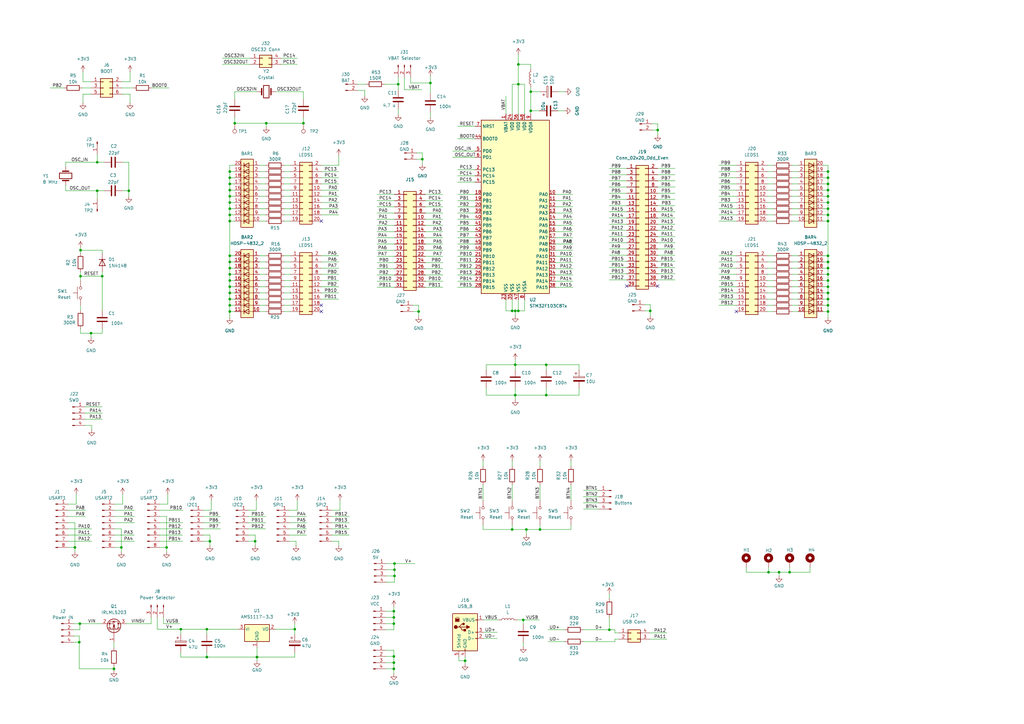
<source format=kicad_sch>
(kicad_sch (version 20211123) (generator eeschema)
  (paper "A3")
  (junction (at 124.46 50.546))
  (junction (at 315.214 234.696))
  (junction (at 339.598 107.442))
  (junction (at 212.598 26.416))
  (junction (at 94.234 85.598))
  (junction (at 94.234 125.222))
  (junction (at 339.598 112.522))
  (junction (at 339.598 127.762))
  (junction (at 161.544 250.698))
  (junction (at 46.736 274.32))
  (junction (at 104.648 221.996))
  (junction (at 52.832 78.232))
  (junction (at 190.754 271.018))
  (junction (at 173.228 65.278))
  (junction (at 94.234 104.902))
  (junction (at 94.234 83.058))
  (junction (at 266.7 127.508))
  (junction (at 84.836 269.494))
  (junction (at 339.598 85.598))
  (junction (at 96.266 50.546))
  (junction (at 94.234 80.518))
  (junction (at 120.904 258.064))
  (junction (at 94.234 115.062))
  (junction (at 339.598 115.062))
  (junction (at 211.328 149.606))
  (junction (at 94.234 109.982))
  (junction (at 224.028 149.606))
  (junction (at 32.512 263.398))
  (junction (at 68.326 224.536))
  (junction (at 94.234 120.142))
  (junction (at 94.234 75.438))
  (junction (at 41.91 113.284))
  (junction (at 210.058 217.17))
  (junction (at 339.598 70.358))
  (junction (at 74.168 258.064))
  (junction (at 339.598 122.682))
  (junction (at 94.234 117.602))
  (junction (at 176.53 34.036))
  (junction (at 224.028 162.052))
  (junction (at 94.234 88.138))
  (junction (at 163.322 34.544))
  (junction (at 339.598 104.902))
  (junction (at 339.598 83.058))
  (junction (at 211.328 127.508))
  (junction (at 37.338 136.652))
  (junction (at 161.544 253.238))
  (junction (at 86.106 221.996))
  (junction (at 323.85 234.696))
  (junction (at 161.544 269.24))
  (junction (at 212.598 127.508))
  (junction (at 39.878 66.548))
  (junction (at 217.678 45.466))
  (junction (at 94.234 127.762))
  (junction (at 339.598 77.978))
  (junction (at 171.704 127.762))
  (junction (at 49.784 224.536))
  (junction (at 339.598 125.222))
  (junction (at 339.598 117.602))
  (junction (at 161.798 236.22))
  (junction (at 94.234 122.682))
  (junction (at 339.598 75.438))
  (junction (at 161.544 271.78))
  (junction (at 109.22 50.546))
  (junction (at 161.544 255.778))
  (junction (at 84.836 258.064))
  (junction (at 94.234 107.442))
  (junction (at 215.9 217.17))
  (junction (at 217.678 37.592))
  (junction (at 212.598 34.544))
  (junction (at 339.598 72.898))
  (junction (at 94.234 70.358))
  (junction (at 161.798 231.14))
  (junction (at 161.798 233.68))
  (junction (at 161.544 274.32))
  (junction (at 214.63 254.254))
  (junction (at 94.234 72.898))
  (junction (at 249.936 258.318))
  (junction (at 32.766 255.778))
  (junction (at 221.488 217.17))
  (junction (at 94.234 90.678))
  (junction (at 319.532 234.696))
  (junction (at 339.598 90.678))
  (junction (at 33.02 113.284))
  (junction (at 39.878 78.232))
  (junction (at 339.598 109.982))
  (junction (at 339.598 120.142))
  (junction (at 339.598 88.138))
  (junction (at 33.02 102.616))
  (junction (at 94.234 112.522))
  (junction (at 30.734 224.536))
  (junction (at 94.234 77.978))
  (junction (at 339.598 80.518))
  (junction (at 210.058 127.508))
  (junction (at 105.41 269.494))
  (junction (at 211.328 162.052))
  (junction (at 269.748 53.34))
  (no_connect (at 269.748 117.348))
  (no_connect (at 131.826 125.222))
  (no_connect (at 131.826 90.678))
  (no_connect (at 131.826 127.762))
  (no_connect (at 257.048 117.348))
  (no_connect (at 302.006 127.762))
  (wire (pts (xy 187.706 97.536) (xy 194.818 97.536)))
  (wire (pts (xy 323.85 234.696) (xy 319.532 234.696)))
  (wire (pts (xy 217.678 37.592) (xy 217.678 45.466)))
  (wire (pts (xy 237.49 151.638) (xy 237.49 149.606)))
  (wire (pts (xy 234.188 198.882) (xy 234.188 205.232)))
  (wire (pts (xy 32.512 263.398) (xy 30.226 263.398)))
  (wire (pts (xy 41.91 102.616) (xy 41.91 103.886)))
  (wire (pts (xy 185.674 61.976) (xy 194.818 61.976)))
  (wire (pts (xy 116.586 120.142) (xy 119.126 120.142)))
  (wire (pts (xy 33.02 101.6) (xy 33.02 102.616)))
  (wire (pts (xy 171.704 125.222) (xy 171.704 127.762)))
  (wire (pts (xy 37.338 38.608) (xy 34.036 38.608)))
  (wire (pts (xy 269.748 102.108) (xy 276.86 102.108)))
  (wire (pts (xy 68.326 224.536) (xy 65.532 224.536)))
  (wire (pts (xy 65.532 206.756) (xy 68.834 206.756)))
  (wire (pts (xy 314.706 117.602) (xy 317.246 117.602)))
  (wire (pts (xy 161.798 87.376) (xy 154.686 87.376)))
  (wire (pts (xy 176.53 34.036) (xy 176.53 38.354)))
  (wire (pts (xy 227.838 87.376) (xy 234.95 87.376)))
  (wire (pts (xy 161.544 255.778) (xy 158.242 255.778)))
  (wire (pts (xy 30.226 255.778) (xy 32.766 255.778)))
  (wire (pts (xy 94.234 83.058) (xy 94.234 85.598)))
  (wire (pts (xy 187.706 51.816) (xy 194.818 51.816)))
  (wire (pts (xy 64.516 258.064) (xy 74.168 258.064)))
  (wire (pts (xy 339.598 107.442) (xy 337.566 107.442)))
  (wire (pts (xy 46.99 214.376) (xy 55.118 214.376)))
  (wire (pts (xy 317.246 80.518) (xy 314.706 80.518)))
  (wire (pts (xy 339.598 80.518) (xy 337.566 80.518)))
  (wire (pts (xy 32.766 255.778) (xy 41.656 255.778)))
  (wire (pts (xy 327.406 80.518) (xy 324.866 80.518)))
  (wire (pts (xy 339.598 120.142) (xy 339.598 122.682)))
  (wire (pts (xy 138.938 221.996) (xy 136.144 221.996)))
  (wire (pts (xy 187.706 74.676) (xy 194.818 74.676)))
  (wire (pts (xy 106.426 104.902) (xy 108.966 104.902)))
  (wire (pts (xy 211.328 149.606) (xy 199.39 149.606)))
  (wire (pts (xy 39.878 81.534) (xy 39.878 78.232)))
  (wire (pts (xy 120.904 255.778) (xy 120.904 258.064)))
  (wire (pts (xy 187.706 72.136) (xy 194.818 72.136)))
  (wire (pts (xy 317.246 88.138) (xy 314.706 88.138)))
  (wire (pts (xy 207.518 122.936) (xy 207.518 127.508)))
  (wire (pts (xy 108.966 214.376) (xy 101.854 214.376)))
  (wire (pts (xy 46.99 219.456) (xy 55.118 219.456)))
  (wire (pts (xy 198.374 254.254) (xy 204.47 254.254)))
  (wire (pts (xy 294.894 120.142) (xy 302.006 120.142)))
  (wire (pts (xy 131.826 104.902) (xy 138.938 104.902)))
  (wire (pts (xy 86.106 219.456) (xy 86.106 221.996)))
  (wire (pts (xy 276.86 109.728) (xy 269.748 109.728)))
  (wire (pts (xy 227.838 89.916) (xy 234.95 89.916)))
  (wire (pts (xy 339.598 107.442) (xy 339.598 109.982)))
  (wire (pts (xy 106.426 83.058) (xy 108.966 83.058)))
  (wire (pts (xy 198.12 217.17) (xy 198.12 215.392)))
  (wire (pts (xy 154.686 117.856) (xy 161.798 117.856)))
  (wire (pts (xy 239.268 201.168) (xy 245.618 201.168)))
  (wire (pts (xy 33.02 102.616) (xy 41.91 102.616)))
  (wire (pts (xy 46.99 209.296) (xy 55.118 209.296)))
  (wire (pts (xy 249.936 81.788) (xy 257.048 81.788)))
  (wire (pts (xy 116.586 67.818) (xy 119.126 67.818)))
  (wire (pts (xy 181.61 112.776) (xy 174.498 112.776)))
  (wire (pts (xy 154.686 110.236) (xy 161.798 110.236)))
  (wire (pts (xy 94.234 112.522) (xy 96.266 112.522)))
  (wire (pts (xy 339.598 85.598) (xy 339.598 88.138)))
  (wire (pts (xy 181.61 84.836) (xy 174.498 84.836)))
  (wire (pts (xy 257.048 109.728) (xy 249.936 109.728)))
  (wire (pts (xy 50.292 202.692) (xy 50.292 206.756)))
  (wire (pts (xy 214.63 254.254) (xy 214.63 256.032)))
  (wire (pts (xy 138.938 221.996) (xy 138.938 223.774)))
  (wire (pts (xy 30.226 260.858) (xy 32.512 260.858)))
  (wire (pts (xy 181.61 82.296) (xy 174.498 82.296)))
  (wire (pts (xy 106.426 120.142) (xy 108.966 120.142)))
  (wire (pts (xy 51.816 255.778) (xy 61.976 255.778)))
  (wire (pts (xy 49.784 224.536) (xy 49.784 226.314)))
  (wire (pts (xy 187.706 117.856) (xy 194.818 117.856)))
  (wire (pts (xy 116.586 75.438) (xy 119.126 75.438)))
  (wire (pts (xy 169.418 125.222) (xy 171.704 125.222)))
  (wire (pts (xy 221.488 37.592) (xy 217.678 37.592)))
  (wire (pts (xy 116.586 109.982) (xy 119.126 109.982)))
  (wire (pts (xy 26.924 78.232) (xy 26.924 75.946)))
  (wire (pts (xy 138.938 112.522) (xy 131.826 112.522)))
  (wire (pts (xy 143.256 211.836) (xy 136.144 211.836)))
  (wire (pts (xy 131.826 80.518) (xy 138.938 80.518)))
  (wire (pts (xy 249.936 84.328) (xy 257.048 84.328)))
  (wire (pts (xy 49.784 224.536) (xy 49.784 216.916)))
  (wire (pts (xy 302.006 109.982) (xy 294.894 109.982)))
  (wire (pts (xy 94.234 107.442) (xy 94.234 109.982)))
  (wire (pts (xy 120.904 258.064) (xy 113.03 258.064)))
  (wire (pts (xy 339.598 127.762) (xy 339.598 130.302)))
  (wire (pts (xy 106.426 122.682) (xy 108.966 122.682)))
  (wire (pts (xy 106.426 67.818) (xy 108.966 67.818)))
  (wire (pts (xy 266.7 127.508) (xy 266.7 129.54)))
  (wire (pts (xy 106.426 77.978) (xy 108.966 77.978)))
  (wire (pts (xy 327.406 107.442) (xy 324.866 107.442)))
  (wire (pts (xy 94.234 77.978) (xy 94.234 80.518)))
  (wire (pts (xy 74.168 258.064) (xy 74.168 260.096)))
  (wire (pts (xy 327.406 75.438) (xy 324.866 75.438)))
  (wire (pts (xy 116.586 127.762) (xy 119.126 127.762)))
  (wire (pts (xy 26.924 66.548) (xy 26.924 68.326)))
  (wire (pts (xy 339.598 80.518) (xy 339.598 83.058)))
  (wire (pts (xy 106.426 85.598) (xy 108.966 85.598)))
  (wire (pts (xy 94.234 88.138) (xy 94.234 90.678)))
  (wire (pts (xy 33.02 102.616) (xy 33.02 103.886)))
  (wire (pts (xy 143.256 216.916) (xy 136.144 216.916)))
  (wire (pts (xy 249.936 243.586) (xy 249.936 245.618)))
  (wire (pts (xy 106.426 112.522) (xy 108.966 112.522)))
  (wire (pts (xy 161.544 269.24) (xy 161.544 271.78)))
  (wire (pts (xy 221.488 188.976) (xy 221.488 191.262)))
  (wire (pts (xy 90.424 214.376) (xy 83.312 214.376)))
  (wire (pts (xy 118.618 216.916) (xy 125.73 216.916)))
  (wire (pts (xy 131.826 67.818) (xy 138.938 67.818)))
  (wire (pts (xy 39.878 78.232) (xy 42.672 78.232)))
  (wire (pts (xy 163.322 34.544) (xy 163.322 37.084)))
  (wire (pts (xy 32.512 263.398) (xy 32.512 274.32)))
  (wire (pts (xy 257.048 102.108) (xy 249.936 102.108)))
  (wire (pts (xy 224.028 159.258) (xy 224.028 162.052)))
  (wire (pts (xy 34.798 166.878) (xy 41.91 166.878)))
  (wire (pts (xy 94.234 109.982) (xy 96.266 109.982)))
  (wire (pts (xy 34.036 33.528) (xy 37.338 33.528)))
  (wire (pts (xy 210.058 122.936) (xy 210.058 127.508)))
  (wire (pts (xy 138.938 72.898) (xy 131.826 72.898)))
  (wire (pts (xy 215.138 34.544) (xy 215.138 46.736)))
  (wire (pts (xy 163.322 44.704) (xy 163.322 46.99)))
  (wire (pts (xy 67.056 253.238) (xy 67.056 255.778)))
  (wire (pts (xy 211.328 147.574) (xy 211.328 149.606)))
  (wire (pts (xy 327.406 85.598) (xy 324.866 85.598)))
  (wire (pts (xy 94.234 125.222) (xy 96.266 125.222)))
  (wire (pts (xy 138.938 63.754) (xy 138.938 67.818)))
  (wire (pts (xy 116.586 125.222) (xy 119.126 125.222)))
  (wire (pts (xy 339.598 83.058) (xy 337.566 83.058)))
  (wire (pts (xy 214.63 263.652) (xy 214.63 265.176)))
  (wire (pts (xy 118.618 209.296) (xy 121.92 209.296)))
  (wire (pts (xy 210.058 34.544) (xy 212.598 34.544)))
  (wire (pts (xy 94.234 85.598) (xy 96.266 85.598)))
  (wire (pts (xy 294.894 83.058) (xy 302.006 83.058)))
  (wire (pts (xy 332.232 234.696) (xy 323.85 234.696)))
  (wire (pts (xy 27.94 209.296) (xy 35.052 209.296)))
  (wire (pts (xy 327.406 90.678) (xy 324.866 90.678)))
  (wire (pts (xy 212.598 34.544) (xy 215.138 34.544)))
  (wire (pts (xy 101.854 219.456) (xy 104.648 219.456)))
  (wire (pts (xy 46.99 206.756) (xy 50.292 206.756)))
  (wire (pts (xy 94.234 122.682) (xy 94.234 125.222)))
  (wire (pts (xy 217.678 35.814) (xy 217.678 37.592)))
  (wire (pts (xy 339.598 72.898) (xy 337.566 72.898)))
  (wire (pts (xy 161.798 236.22) (xy 158.496 236.22)))
  (wire (pts (xy 131.826 85.598) (xy 138.938 85.598)))
  (wire (pts (xy 234.188 217.17) (xy 221.488 217.17)))
  (wire (pts (xy 94.234 88.138) (xy 96.266 88.138)))
  (wire (pts (xy 327.406 70.358) (xy 324.866 70.358)))
  (wire (pts (xy 46.736 263.398) (xy 46.736 265.684)))
  (wire (pts (xy 67.056 255.778) (xy 73.66 255.778)))
  (wire (pts (xy 33.02 113.284) (xy 41.91 113.284)))
  (wire (pts (xy 161.798 89.916) (xy 154.686 89.916)))
  (wire (pts (xy 339.598 85.598) (xy 337.566 85.598)))
  (wire (pts (xy 94.234 70.358) (xy 94.234 72.898)))
  (wire (pts (xy 161.798 233.68) (xy 161.798 236.22)))
  (wire (pts (xy 217.678 45.466) (xy 217.678 46.736)))
  (wire (pts (xy 50.038 33.528) (xy 53.34 33.528)))
  (wire (pts (xy 37.338 136.652) (xy 37.338 138.43)))
  (wire (pts (xy 187.706 69.596) (xy 194.818 69.596)))
  (wire (pts (xy 339.598 75.438) (xy 339.598 77.978)))
  (wire (pts (xy 212.598 34.544) (xy 212.598 46.736)))
  (wire (pts (xy 131.826 77.978) (xy 138.938 77.978)))
  (wire (pts (xy 339.598 122.682) (xy 339.598 125.222)))
  (wire (pts (xy 74.93 216.916) (xy 65.532 216.916)))
  (wire (pts (xy 49.784 224.536) (xy 46.99 224.536)))
  (wire (pts (xy 113.03 37.592) (xy 124.46 37.592)))
  (wire (pts (xy 266.446 259.588) (xy 273.558 259.588)))
  (wire (pts (xy 96.266 37.592) (xy 96.266 40.64)))
  (wire (pts (xy 161.798 231.14) (xy 161.798 233.68)))
  (wire (pts (xy 227.838 82.296) (xy 234.95 82.296)))
  (wire (pts (xy 31.242 202.692) (xy 31.242 206.756)))
  (wire (pts (xy 86.614 205.232) (xy 86.614 209.296)))
  (wire (pts (xy 317.246 90.678) (xy 314.706 90.678)))
  (wire (pts (xy 94.234 80.518) (xy 94.234 83.058)))
  (wire (pts (xy 269.748 81.788) (xy 276.86 81.788)))
  (wire (pts (xy 276.86 94.488) (xy 269.748 94.488)))
  (wire (pts (xy 187.706 100.076) (xy 194.818 100.076)))
  (wire (pts (xy 161.798 97.536) (xy 154.686 97.536)))
  (wire (pts (xy 102.616 23.876) (xy 91.186 23.876)))
  (wire (pts (xy 317.246 72.898) (xy 314.706 72.898)))
  (wire (pts (xy 339.598 109.982) (xy 339.598 112.522)))
  (wire (pts (xy 116.586 88.138) (xy 119.126 88.138)))
  (wire (pts (xy 120.904 258.064) (xy 120.904 260.096)))
  (wire (pts (xy 215.138 127.508) (xy 212.598 127.508)))
  (wire (pts (xy 53.34 38.608) (xy 53.34 42.164)))
  (wire (pts (xy 339.598 117.602) (xy 337.566 117.602)))
  (wire (pts (xy 269.748 50.8) (xy 269.748 53.34)))
  (wire (pts (xy 224.79 263.144) (xy 231.648 263.144)))
  (wire (pts (xy 314.706 120.142) (xy 317.246 120.142)))
  (wire (pts (xy 121.412 221.996) (xy 121.412 223.774)))
  (wire (pts (xy 94.234 90.678) (xy 94.234 104.902)))
  (wire (pts (xy 116.586 85.598) (xy 119.126 85.598)))
  (wire (pts (xy 249.936 258.318) (xy 252.222 258.318)))
  (wire (pts (xy 116.586 90.678) (xy 119.126 90.678)))
  (wire (pts (xy 227.838 97.536) (xy 234.95 97.536)))
  (wire (pts (xy 181.61 79.756) (xy 174.498 79.756)))
  (wire (pts (xy 249.936 86.868) (xy 257.048 86.868)))
  (wire (pts (xy 94.234 109.982) (xy 94.234 112.522)))
  (wire (pts (xy 327.406 67.818) (xy 324.866 67.818)))
  (wire (pts (xy 187.706 102.616) (xy 194.818 102.616)))
  (wire (pts (xy 302.006 88.138) (xy 294.894 88.138)))
  (wire (pts (xy 161.798 94.996) (xy 154.686 94.996)))
  (wire (pts (xy 211.328 149.606) (xy 211.328 151.638)))
  (wire (pts (xy 143.256 214.376) (xy 136.144 214.376)))
  (wire (pts (xy 65.532 211.836) (xy 68.326 211.836)))
  (wire (pts (xy 37.592 174.498) (xy 37.592 176.276)))
  (wire (pts (xy 227.838 84.836) (xy 234.95 84.836)))
  (wire (pts (xy 158.242 274.32) (xy 161.544 274.32)))
  (wire (pts (xy 30.734 224.536) (xy 30.734 214.376)))
  (wire (pts (xy 302.006 112.522) (xy 294.894 112.522)))
  (wire (pts (xy 319.532 234.696) (xy 319.532 236.22)))
  (wire (pts (xy 124.46 40.64) (xy 124.46 37.592)))
  (wire (pts (xy 84.836 267.716) (xy 84.836 269.494)))
  (wire (pts (xy 207.518 39.37) (xy 207.518 46.736)))
  (wire (pts (xy 339.598 83.058) (xy 339.598 85.598)))
  (wire (pts (xy 27.94 219.456) (xy 37.592 219.456)))
  (wire (pts (xy 257.048 112.268) (xy 249.936 112.268)))
  (wire (pts (xy 83.312 219.456) (xy 86.106 219.456)))
  (wire (pts (xy 253.746 259.588) (xy 252.222 259.588)))
  (wire (pts (xy 249.936 76.708) (xy 257.048 76.708)))
  (wire (pts (xy 181.61 110.236) (xy 174.498 110.236)))
  (wire (pts (xy 187.706 89.916) (xy 194.818 89.916)))
  (wire (pts (xy 30.226 258.318) (xy 32.766 258.318)))
  (wire (pts (xy 173.228 65.278) (xy 173.228 67.31)))
  (wire (pts (xy 120.904 269.494) (xy 105.41 269.494)))
  (wire (pts (xy 211.328 162.052) (xy 211.328 163.83)))
  (wire (pts (xy 96.266 67.818) (xy 94.234 67.818)))
  (wire (pts (xy 42.672 66.548) (xy 39.878 66.548)))
  (wire (pts (xy 339.598 72.898) (xy 339.598 75.438)))
  (wire (pts (xy 294.894 122.682) (xy 302.006 122.682)))
  (wire (pts (xy 339.598 104.902) (xy 339.598 107.442)))
  (wire (pts (xy 90.424 216.916) (xy 83.312 216.916)))
  (wire (pts (xy 116.586 77.978) (xy 119.126 77.978)))
  (wire (pts (xy 86.106 221.996) (xy 86.106 223.774)))
  (wire (pts (xy 106.426 117.602) (xy 108.966 117.602)))
  (wire (pts (xy 269.748 74.168) (xy 276.86 74.168)))
  (wire (pts (xy 339.598 109.982) (xy 337.566 109.982)))
  (wire (pts (xy 210.058 198.882) (xy 210.058 205.232)))
  (wire (pts (xy 104.648 219.456) (xy 104.648 221.996)))
  (wire (pts (xy 327.406 120.142) (xy 324.866 120.142)))
  (wire (pts (xy 276.86 114.808) (xy 269.748 114.808)))
  (wire (pts (xy 302.006 117.602) (xy 294.894 117.602)))
  (wire (pts (xy 61.976 253.238) (xy 61.976 255.778)))
  (wire (pts (xy 116.586 80.518) (xy 119.126 80.518)))
  (wire (pts (xy 198.374 261.874) (xy 203.962 261.874)))
  (wire (pts (xy 252.222 259.588) (xy 252.222 258.318)))
  (wire (pts (xy 294.894 90.678) (xy 302.006 90.678)))
  (wire (pts (xy 221.488 198.882) (xy 221.488 205.232)))
  (wire (pts (xy 161.798 102.616) (xy 154.686 102.616)))
  (wire (pts (xy 249.936 79.248) (xy 257.048 79.248)))
  (wire (pts (xy 94.234 127.762) (xy 94.234 130.302)))
  (wire (pts (xy 266.7 127.508) (xy 264.414 127.508)))
  (wire (pts (xy 90.424 211.836) (xy 83.312 211.836)))
  (wire (pts (xy 227.838 105.156) (xy 234.95 105.156)))
  (wire (pts (xy 249.936 91.948) (xy 257.048 91.948)))
  (wire (pts (xy 46.99 221.996) (xy 55.118 221.996)))
  (wire (pts (xy 91.186 26.416) (xy 102.616 26.416)))
  (wire (pts (xy 94.234 72.898) (xy 94.234 75.438)))
  (wire (pts (xy 212.598 26.416) (xy 212.598 34.544)))
  (wire (pts (xy 181.61 115.316) (xy 174.498 115.316)))
  (wire (pts (xy 211.328 127.508) (xy 212.598 127.508)))
  (wire (pts (xy 94.234 77.978) (xy 96.266 77.978)))
  (wire (pts (xy 161.798 236.22) (xy 161.798 238.76)))
  (wire (pts (xy 302.006 72.898) (xy 294.894 72.898)))
  (wire (pts (xy 171.704 127.762) (xy 171.704 129.794)))
  (wire (pts (xy 215.9 217.17) (xy 210.058 217.17)))
  (wire (pts (xy 50.292 66.548) (xy 52.832 66.548)))
  (wire (pts (xy 165.862 36.83) (xy 172.974 36.83)))
  (wire (pts (xy 234.188 188.976) (xy 234.188 191.262)))
  (wire (pts (xy 212.598 22.352) (xy 212.598 26.416)))
  (wire (pts (xy 143.256 219.456) (xy 136.144 219.456)))
  (wire (pts (xy 106.426 80.518) (xy 108.966 80.518)))
  (wire (pts (xy 302.006 67.818) (xy 294.894 67.818)))
  (wire (pts (xy 27.94 206.756) (xy 31.242 206.756)))
  (wire (pts (xy 39.878 66.548) (xy 26.924 66.548)))
  (wire (pts (xy 227.838 107.696) (xy 234.95 107.696)))
  (wire (pts (xy 120.904 267.716) (xy 120.904 269.494)))
  (wire (pts (xy 161.544 274.32) (xy 161.544 276.352)))
  (wire (pts (xy 27.94 216.916) (xy 37.592 216.916)))
  (wire (pts (xy 138.938 120.142) (xy 131.826 120.142)))
  (wire (pts (xy 187.706 82.296) (xy 194.818 82.296)))
  (wire (pts (xy 41.91 134.874) (xy 41.91 136.652)))
  (wire (pts (xy 339.598 70.358) (xy 339.598 72.898)))
  (wire (pts (xy 269.748 79.248) (xy 276.86 79.248)))
  (wire (pts (xy 165.862 31.75) (xy 165.862 36.83)))
  (wire (pts (xy 339.598 112.522) (xy 339.598 115.062)))
  (wire (pts (xy 174.498 97.536) (xy 181.61 97.536)))
  (wire (pts (xy 327.406 112.522) (xy 324.866 112.522)))
  (wire (pts (xy 163.322 31.75) (xy 163.322 34.544)))
  (wire (pts (xy 317.246 70.358) (xy 314.706 70.358)))
  (wire (pts (xy 105.41 269.494) (xy 84.836 269.494)))
  (wire (pts (xy 34.798 171.958) (xy 41.91 171.958)))
  (wire (pts (xy 136.144 209.296) (xy 139.446 209.296)))
  (wire (pts (xy 187.706 112.776) (xy 194.818 112.776)))
  (wire (pts (xy 239.268 203.708) (xy 245.618 203.708)))
  (wire (pts (xy 34.036 38.608) (xy 34.036 42.164)))
  (wire (pts (xy 116.586 112.522) (xy 119.126 112.522)))
  (wire (pts (xy 106.426 88.138) (xy 108.966 88.138)))
  (wire (pts (xy 176.53 45.974) (xy 176.53 48.26)))
  (wire (pts (xy 173.228 65.278) (xy 170.942 65.278)))
  (wire (pts (xy 68.326 211.836) (xy 68.326 224.536)))
  (wire (pts (xy 46.99 211.836) (xy 55.118 211.836)))
  (wire (pts (xy 306.07 234.696) (xy 306.07 232.664)))
  (wire (pts (xy 138.938 70.358) (xy 131.826 70.358)))
  (wire (pts (xy 154.686 79.756) (xy 161.798 79.756)))
  (wire (pts (xy 339.598 117.602) (xy 339.598 120.142)))
  (wire (pts (xy 157.734 34.544) (xy 163.322 34.544)))
  (wire (pts (xy 68.834 202.692) (xy 68.834 206.756)))
  (wire (pts (xy 187.706 79.756) (xy 194.818 79.756)))
  (wire (pts (xy 339.598 70.358) (xy 337.566 70.358)))
  (wire (pts (xy 302.006 80.518) (xy 294.894 80.518)))
  (wire (pts (xy 231.648 37.592) (xy 229.108 37.592)))
  (wire (pts (xy 327.406 109.982) (xy 324.866 109.982)))
  (wire (pts (xy 170.942 62.738) (xy 173.228 62.738)))
  (wire (pts (xy 161.544 271.78) (xy 158.242 271.78)))
  (wire (pts (xy 108.966 211.836) (xy 101.854 211.836)))
  (wire (pts (xy 33.02 113.284) (xy 33.02 115.062)))
  (wire (pts (xy 94.234 115.062) (xy 96.266 115.062)))
  (wire (pts (xy 314.706 125.222) (xy 317.246 125.222)))
  (wire (pts (xy 339.598 88.138) (xy 337.566 88.138)))
  (wire (pts (xy 339.598 112.522) (xy 337.566 112.522)))
  (wire (pts (xy 190.754 271.018) (xy 190.754 272.288)))
  (wire (pts (xy 249.936 89.408) (xy 257.048 89.408)))
  (wire (pts (xy 294.894 107.442) (xy 302.006 107.442)))
  (wire (pts (xy 46.736 274.32) (xy 46.736 275.082)))
  (wire (pts (xy 239.268 208.788) (xy 245.618 208.788)))
  (wire (pts (xy 227.838 117.856) (xy 234.95 117.856)))
  (wire (pts (xy 224.028 149.606) (xy 224.028 151.638)))
  (wire (pts (xy 168.402 34.036) (xy 176.53 34.036)))
  (wire (pts (xy 161.544 266.7) (xy 161.544 269.24)))
  (wire (pts (xy 227.838 112.776) (xy 234.95 112.776)))
  (wire (pts (xy 249.936 97.028) (xy 257.048 97.028)))
  (wire (pts (xy 146.812 37.084) (xy 149.606 37.084)))
  (wire (pts (xy 269.748 86.868) (xy 276.86 86.868)))
  (wire (pts (xy 161.544 250.698) (xy 161.544 253.238)))
  (wire (pts (xy 339.598 127.762) (xy 337.566 127.762)))
  (wire (pts (xy 269.748 104.648) (xy 276.86 104.648)))
  (wire (pts (xy 161.798 100.076) (xy 154.686 100.076)))
  (wire (pts (xy 161.544 258.318) (xy 158.242 258.318)))
  (wire (pts (xy 231.394 45.466) (xy 228.854 45.466)))
  (wire (pts (xy 158.496 231.14) (xy 161.798 231.14)))
  (wire (pts (xy 221.488 215.392) (xy 221.488 217.17)))
  (wire (pts (xy 32.512 274.32) (xy 46.736 274.32)))
  (wire (pts (xy 161.544 255.778) (xy 161.544 258.318)))
  (wire (pts (xy 154.686 82.296) (xy 161.798 82.296)))
  (wire (pts (xy 171.704 127.762) (xy 169.418 127.762)))
  (wire (pts (xy 139.446 205.232) (xy 139.446 209.296)))
  (wire (pts (xy 339.598 75.438) (xy 337.566 75.438)))
  (wire (pts (xy 46.736 273.304) (xy 46.736 274.32)))
  (wire (pts (xy 26.162 36.068) (xy 20.574 36.068)))
  (wire (pts (xy 94.234 125.222) (xy 94.234 127.762)))
  (wire (pts (xy 174.498 92.456) (xy 181.61 92.456)))
  (wire (pts (xy 94.234 127.762) (xy 96.266 127.762)))
  (wire (pts (xy 30.734 224.536) (xy 30.734 226.314)))
  (wire (pts (xy 187.706 105.156) (xy 194.818 105.156)))
  (wire (pts (xy 105.41 269.494) (xy 105.41 271.018)))
  (wire (pts (xy 267.462 50.8) (xy 269.748 50.8)))
  (wire (pts (xy 187.706 56.896) (xy 194.818 56.896)))
  (wire (pts (xy 94.234 80.518) (xy 96.266 80.518)))
  (wire (pts (xy 239.268 258.318) (xy 249.936 258.318)))
  (wire (pts (xy 121.92 205.232) (xy 121.92 209.296)))
  (wire (pts (xy 269.748 107.188) (xy 276.86 107.188)))
  (wire (pts (xy 339.598 90.678) (xy 339.598 104.902)))
  (wire (pts (xy 94.234 107.442) (xy 96.266 107.442)))
  (wire (pts (xy 187.706 84.836) (xy 194.818 84.836)))
  (wire (pts (xy 158.242 266.7) (xy 161.544 266.7)))
  (wire (pts (xy 174.498 102.616) (xy 181.61 102.616)))
  (wire (pts (xy 53.34 29.464) (xy 53.34 33.528)))
  (wire (pts (xy 52.832 78.232) (xy 50.292 78.232)))
  (wire (pts (xy 34.798 169.418) (xy 41.91 169.418)))
  (wire (pts (xy 94.234 122.682) (xy 96.266 122.682)))
  (wire (pts (xy 269.748 53.34) (xy 269.748 55.372)))
  (wire (pts (xy 339.598 120.142) (xy 337.566 120.142)))
  (wire (pts (xy 339.598 77.978) (xy 337.566 77.978)))
  (wire (pts (xy 249.936 107.188) (xy 257.048 107.188)))
  (wire (pts (xy 257.048 104.648) (xy 249.936 104.648)))
  (wire (pts (xy 96.266 50.546) (xy 109.22 50.546)))
  (wire (pts (xy 94.234 104.902) (xy 96.266 104.902)))
  (wire (pts (xy 269.748 53.34) (xy 267.462 53.34)))
  (wire (pts (xy 109.22 50.546) (xy 124.46 50.546)))
  (wire (pts (xy 174.498 87.376) (xy 181.61 87.376)))
  (wire (pts (xy 339.598 88.138) (xy 339.598 90.678)))
  (wire (pts (xy 74.93 214.376) (xy 65.532 214.376)))
  (wire (pts (xy 149.606 37.084) (xy 149.606 39.37)))
  (wire (pts (xy 33.02 136.652) (xy 33.02 134.874)))
  (wire (pts (xy 339.598 77.978) (xy 339.598 80.518)))
  (wire (pts (xy 327.406 125.222) (xy 324.866 125.222)))
  (wire (pts (xy 105.156 205.232) (xy 105.156 209.296)))
  (wire (pts (xy 39.878 78.232) (xy 26.924 78.232)))
  (wire (pts (xy 257.048 114.808) (xy 249.936 114.808)))
  (wire (pts (xy 227.838 92.456) (xy 234.95 92.456)))
  (wire (pts (xy 214.63 254.254) (xy 221.234 254.254)))
  (wire (pts (xy 237.49 162.052) (xy 224.028 162.052)))
  (wire (pts (xy 269.748 89.408) (xy 276.86 89.408)))
  (wire (pts (xy 109.22 50.546) (xy 109.22 52.07)))
  (wire (pts (xy 314.706 109.982) (xy 317.246 109.982)))
  (wire (pts (xy 37.338 36.068) (xy 33.782 36.068)))
  (wire (pts (xy 64.516 253.238) (xy 64.516 258.064)))
  (wire (pts (xy 146.812 34.544) (xy 150.114 34.544)))
  (wire (pts (xy 199.39 162.052) (xy 199.39 159.258)))
  (wire (pts (xy 234.188 215.392) (xy 234.188 217.17)))
  (wire (pts (xy 237.49 149.606) (xy 224.028 149.606)))
  (wire (pts (xy 212.598 127.508) (xy 212.598 122.936)))
  (wire (pts (xy 30.734 214.376) (xy 27.94 214.376)))
  (wire (pts (xy 217.678 26.416) (xy 217.678 28.194)))
  (wire (pts (xy 339.598 90.678) (xy 337.566 90.678)))
  (wire (pts (xy 319.532 234.696) (xy 315.214 234.696)))
  (wire (pts (xy 54.61 36.068) (xy 50.038 36.068)))
  (wire (pts (xy 269.748 84.328) (xy 276.86 84.328)))
  (wire (pts (xy 207.518 127.508) (xy 210.058 127.508)))
  (wire (pts (xy 327.406 117.602) (xy 324.866 117.602)))
  (wire (pts (xy 269.748 71.628) (xy 276.86 71.628)))
  (wire (pts (xy 314.706 122.682) (xy 317.246 122.682)))
  (wire (pts (xy 94.234 90.678) (xy 96.266 90.678)))
  (wire (pts (xy 161.798 105.156) (xy 154.686 105.156)))
  (wire (pts (xy 106.426 72.898) (xy 108.966 72.898)))
  (wire (pts (xy 252.222 262.128) (xy 252.222 263.144)))
  (wire (pts (xy 94.234 120.142) (xy 96.266 120.142)))
  (wire (pts (xy 215.9 217.17) (xy 215.9 219.202)))
  (wire (pts (xy 198.12 188.976) (xy 198.12 191.262)))
  (wire (pts (xy 106.426 127.762) (xy 108.966 127.762)))
  (wire (pts (xy 187.706 115.316) (xy 194.818 115.316)))
  (wire (pts (xy 176.53 34.036) (xy 176.53 31.242)))
  (wire (pts (xy 161.544 269.24) (xy 158.242 269.24)))
  (wire (pts (xy 124.46 50.546) (xy 124.46 48.26)))
  (wire (pts (xy 185.674 64.516) (xy 194.818 64.516)))
  (wire (pts (xy 187.706 107.696) (xy 194.818 107.696)))
  (wire (pts (xy 174.498 89.916) (xy 181.61 89.916)))
  (wire (pts (xy 94.234 75.438) (xy 96.266 75.438)))
  (wire (pts (xy 154.686 115.316) (xy 161.798 115.316)))
  (wire (pts (xy 37.592 174.498) (xy 34.798 174.498)))
  (wire (pts (xy 224.79 258.318) (xy 231.648 258.318)))
  (wire (pts (xy 84.836 258.064) (xy 74.168 258.064)))
  (wire (pts (xy 94.234 85.598) (xy 94.234 88.138)))
  (wire (pts (xy 327.406 127.762) (xy 324.866 127.762)))
  (wire (pts (xy 190.754 269.494) (xy 190.754 271.018)))
  (wire (pts (xy 302.006 85.598) (xy 294.894 85.598)))
  (wire (pts (xy 332.232 232.664) (xy 332.232 234.696)))
  (wire (pts (xy 37.338 136.652) (xy 33.02 136.652)))
  (wire (pts (xy 212.09 254.254) (xy 214.63 254.254)))
  (wire (pts (xy 74.93 209.296) (xy 65.532 209.296)))
  (wire (pts (xy 138.938 75.438) (xy 131.826 75.438)))
  (wire (pts (xy 121.412 221.996) (xy 118.618 221.996)))
  (wire (pts (xy 212.598 26.416) (xy 217.678 26.416)))
  (wire (pts (xy 249.936 71.628) (xy 257.048 71.628)))
  (wire (pts (xy 106.426 107.442) (xy 108.966 107.442)))
  (wire (pts (xy 249.936 69.088) (xy 257.048 69.088)))
  (wire (pts (xy 32.512 260.858) (xy 32.512 263.398)))
  (wire (pts (xy 276.86 91.948) (xy 269.748 91.948)))
  (wire (pts (xy 49.784 216.916) (xy 46.99 216.916)))
  (wire (pts (xy 314.706 107.442) (xy 317.246 107.442)))
  (wire (pts (xy 181.61 117.856) (xy 174.498 117.856)))
  (wire (pts (xy 227.838 115.316) (xy 234.95 115.316)))
  (wire (pts (xy 339.598 115.062) (xy 337.566 115.062)))
  (wire (pts (xy 118.618 211.836) (xy 125.73 211.836)))
  (wire (pts (xy 101.854 209.296) (xy 105.156 209.296)))
  (wire (pts (xy 269.748 99.568) (xy 276.86 99.568)))
  (wire (pts (xy 116.586 83.058) (xy 119.126 83.058)))
  (wire (pts (xy 317.246 85.598) (xy 314.706 85.598)))
  (wire (pts (xy 94.234 117.602) (xy 94.234 120.142)))
  (wire (pts (xy 116.586 115.062) (xy 119.126 115.062)))
  (wire (pts (xy 211.328 127.508) (xy 211.328 129.54)))
  (wire (pts (xy 215.138 122.936) (xy 215.138 127.508)))
  (wire (pts (xy 41.91 111.506) (xy 41.91 113.284)))
  (wire (pts (xy 315.214 234.696) (xy 306.07 234.696)))
  (wire (pts (xy 105.41 265.684) (xy 105.41 269.494)))
  (wire (pts (xy 94.234 112.522) (xy 94.234 115.062)))
  (wire (pts (xy 154.686 112.776) (xy 161.798 112.776)))
  (wire (pts (xy 138.938 122.682) (xy 131.826 122.682)))
  (wire (pts (xy 68.326 224.536) (xy 68.326 226.314)))
  (wire (pts (xy 161.798 233.68) (xy 158.496 233.68)))
  (wire (pts (xy 339.598 125.222) (xy 339.598 127.762)))
  (wire (pts (xy 211.328 159.258) (xy 211.328 162.052)))
  (wire (pts (xy 138.938 115.062) (xy 131.826 115.062)))
  (wire (pts (xy 94.234 83.058) (xy 96.266 83.058)))
  (wire (pts (xy 158.242 250.698) (xy 161.544 250.698)))
  (wire (pts (xy 317.246 83.058) (xy 314.706 83.058)))
  (wire (pts (xy 116.586 104.902) (xy 119.126 104.902)))
  (wire (pts (xy 118.618 214.376) (xy 125.73 214.376)))
  (wire (pts (xy 52.832 78.232) (xy 52.832 80.518)))
  (wire (pts (xy 327.406 104.902) (xy 324.866 104.902)))
  (wire (pts (xy 294.894 125.222) (xy 302.006 125.222)))
  (wire (pts (xy 41.91 136.652) (xy 37.338 136.652)))
  (wire (pts (xy 94.234 120.142) (xy 94.234 122.682)))
  (wire (pts (xy 294.894 104.902) (xy 302.006 104.902)))
  (wire (pts (xy 41.91 113.284) (xy 41.91 127.254)))
  (wire (pts (xy 227.838 79.756) (xy 234.95 79.756)))
  (wire (pts (xy 276.86 97.028) (xy 269.748 97.028)))
  (wire (pts (xy 138.938 117.602) (xy 131.826 117.602)))
  (wire (pts (xy 317.246 77.978) (xy 314.706 77.978)))
  (wire (pts (xy 221.488 217.17) (xy 215.9 217.17)))
  (wire (pts (xy 339.598 122.682) (xy 337.566 122.682)))
  (wire (pts (xy 84.836 269.494) (xy 74.168 269.494)))
  (wire (pts (xy 339.598 67.818) (xy 339.598 70.358)))
  (wire (pts (xy 315.214 232.664) (xy 315.214 234.696)))
  (wire (pts (xy 168.402 31.75) (xy 168.402 34.036)))
  (wire (pts (xy 317.246 75.438) (xy 314.706 75.438)))
  (wire (pts (xy 94.234 104.902) (xy 94.234 107.442)))
  (wire (pts (xy 83.312 209.296) (xy 86.614 209.296)))
  (wire (pts (xy 257.048 99.568) (xy 249.936 99.568)))
  (wire (pts (xy 106.426 125.222) (xy 108.966 125.222)))
  (wire (pts (xy 161.544 271.78) (xy 161.544 274.32)))
  (wire (pts (xy 30.734 224.536) (xy 27.94 224.536)))
  (wire (pts (xy 327.406 122.682) (xy 324.866 122.682)))
  (wire (pts (xy 239.268 206.248) (xy 245.618 206.248)))
  (wire (pts (xy 327.406 72.898) (xy 324.866 72.898)))
  (wire (pts (xy 74.93 219.456) (xy 65.532 219.456)))
  (wire (pts (xy 269.748 69.088) (xy 276.86 69.088)))
  (wire (pts (xy 253.746 262.128) (xy 252.222 262.128)))
  (wire (pts (xy 161.544 248.92) (xy 161.544 250.698)))
  (wire (pts (xy 116.586 122.682) (xy 119.126 122.682)))
  (wire (pts (xy 116.586 70.358) (xy 119.126 70.358)))
  (wire (pts (xy 314.706 115.062) (xy 317.246 115.062)))
  (wire (pts (xy 27.94 211.836) (xy 35.052 211.836)))
  (wire (pts (xy 106.426 115.062) (xy 108.966 115.062)))
  (wire (pts (xy 249.936 94.488) (xy 257.048 94.488)))
  (wire (pts (xy 86.106 221.996) (xy 83.312 221.996)))
  (wire (pts (xy 94.234 117.602) (xy 96.266 117.602)))
  (wire (pts (xy 104.648 221.996) (xy 104.648 223.774)))
  (wire (pts (xy 34.036 29.464) (xy 34.036 33.528)))
  (wire (pts (xy 327.406 88.138) (xy 324.866 88.138)))
  (wire (pts (xy 121.92 23.876) (xy 115.316 23.876)))
  (wire (pts (xy 181.61 107.696) (xy 174.498 107.696)))
  (wire (pts (xy 108.966 216.916) (xy 101.854 216.916)))
  (wire (pts (xy 174.498 94.996) (xy 181.61 94.996)))
  (wire (pts (xy 227.838 110.236) (xy 234.95 110.236)))
  (wire (pts (xy 211.328 162.052) (xy 199.39 162.052)))
  (wire (pts (xy 106.426 75.438) (xy 108.966 75.438)))
  (wire (pts (xy 339.598 125.222) (xy 337.566 125.222)))
  (wire (pts (xy 249.936 74.168) (xy 257.048 74.168)))
  (wire (pts (xy 210.058 46.736) (xy 210.058 34.544)))
  (wire (pts (xy 237.49 159.258) (xy 237.49 162.052)))
  (wire (pts (xy 302.006 77.978) (xy 294.894 77.978)))
  (wire (pts (xy 131.826 83.058) (xy 138.938 83.058)))
  (wire (pts (xy 69.342 36.068) (xy 62.23 36.068)))
  (wire (pts (xy 339.598 104.902) (xy 337.566 104.902)))
  (wire (pts (xy 131.826 88.138) (xy 138.938 88.138)))
  (wire (pts (xy 224.028 149.606) (xy 211.328 149.606)))
  (wire (pts (xy 210.058 217.17) (xy 198.12 217.17)))
  (wire (pts (xy 94.234 115.062) (xy 94.234 117.602)))
  (wire (pts (xy 27.94 221.996) (xy 37.592 221.996)))
  (wire (pts (xy 198.12 198.882) (xy 198.12 205.232)))
  (wire (pts (xy 116.586 107.442) (xy 119.126 107.442)))
  (wire (pts (xy 314.706 67.818) (xy 317.246 67.818)))
  (wire (pts (xy 161.798 92.456) (xy 154.686 92.456)))
  (wire (pts (xy 94.234 70.358) (xy 96.266 70.358)))
  (wire (pts (xy 187.706 94.996) (xy 194.818 94.996)))
  (wire (pts (xy 327.406 77.978) (xy 324.866 77.978)))
  (wire (pts (xy 106.426 70.358) (xy 108.966 70.358)))
  (wire (pts (xy 161.544 253.238) (xy 158.242 253.238)))
  (wire (pts (xy 118.618 219.456) (xy 125.73 219.456)))
  (wire (pts (xy 266.7 124.968) (xy 266.7 127.508)))
  (wire (pts (xy 327.406 83.058) (xy 324.866 83.058)))
  (wire (pts (xy 198.374 259.334) (xy 203.962 259.334)))
  (wire (pts (xy 227.838 102.616) (xy 234.95 102.616)))
  (wire (pts (xy 227.838 100.076) (xy 234.95 100.076)))
  (wire (pts (xy 104.648 221.996) (xy 101.854 221.996)))
  (wire (pts (xy 161.544 253.238) (xy 161.544 255.778)))
  (wire (pts (xy 327.406 115.062) (xy 324.866 115.062)))
  (wire (pts (xy 94.234 75.438) (xy 94.234 77.978)))
  (wire (pts (xy 187.706 92.456) (xy 194.818 92.456)))
  (wire (pts (xy 276.86 112.268) (xy 269.748 112.268)))
  (wire (pts (xy 84.836 258.064) (xy 84.836 260.096)))
  (wire (pts (xy 210.058 215.392) (xy 210.058 217.17)))
  (wire (pts (xy 302.006 70.358) (xy 294.894 70.358)))
  (wire (pts (xy 210.058 127.508) (xy 211.328 127.508)))
  (wire (pts (xy 187.706 110.236) (xy 194.818 110.236)))
  (wire (pts (xy 199.39 149.606) (xy 199.39 151.638)))
  (wire (pts (xy 131.826 109.982) (xy 138.938 109.982)))
  (wire (pts (xy 314.706 127.762) (xy 317.246 127.762)))
  (wire (pts (xy 323.85 232.664) (xy 323.85 234.696)))
  (wire (pts (xy 106.426 109.982) (xy 108.966 109.982)))
  (wire (pts (xy 249.936 253.238) (xy 249.936 258.318)))
  (wire (pts (xy 106.426 90.678) (xy 108.966 90.678)))
  (wire (pts (xy 314.706 104.902) (xy 317.246 104.902)))
  (wire (pts (xy 337.566 67.818) (xy 339.598 67.818)))
  (wire (pts (xy 96.266 48.26) (xy 96.266 50.546)))
  (wire (pts (xy 174.498 100.076) (xy 181.61 100.076)))
  (wire (pts (xy 94.234 72.898) (xy 96.266 72.898)))
  (wire (pts (xy 227.838 94.996) (xy 234.95 94.996)))
  (wire (pts (xy 269.748 76.708) (xy 276.86 76.708)))
  (wire (pts (xy 264.414 124.968) (xy 266.7 124.968)))
  (wire (pts (xy 174.498 105.156) (xy 181.61 105.156)))
  (wire (pts (xy 266.446 262.128) (xy 273.558 262.128)))
  (wire (pts (xy 302.006 75.438) (xy 294.894 75.438)))
  (wire (pts (xy 97.79 258.064) (xy 84.836 258.064)))
  (wire (pts (xy 339.598 115.062) (xy 339.598 117.602)))
  (wire (pts (xy 74.93 221.996) (xy 65.532 221.996)))
  (wire (pts (xy 210.058 188.976) (xy 210.058 191.262)))
  (wire (pts (xy 94.234 67.818) (xy 94.234 70.358)))
  (wire (pts (xy 173.228 62.738) (xy 173.228 65.278)))
  (wire (pts (xy 105.41 37.592) (xy 96.266 37.592)))
  (wire (pts (xy 154.686 84.836) (xy 161.798 84.836)))
  (wire (pts (xy 39.878 63.246) (xy 39.878 66.548)))
  (wire (pts (xy 154.686 107.696) (xy 161.798 107.696)))
  (wire (pts (xy 33.02 125.222) (xy 33.02 127.254)))
  (wire (pts (xy 188.214 269.494) (xy 188.214 271.018)))
  (wire (pts (xy 115.316 26.416) (xy 121.92 26.416)))
  (wire (pts (xy 161.798 231.14) (xy 170.18 231.14)))
  (wire (pts (xy 161.798 238.76) (xy 158.496 238.76)))
  (wire (pts (xy 314.706 112.522) (xy 317.246 112.522)))
  (wire (pts (xy 52.832 66.548) (xy 52.832 78.232)))
  (wire (pts (xy 187.706 87.376) (xy 194.818 87.376)))
  (wire (pts (xy 50.038 38.608) (xy 53.34 38.608)))
  (wire (pts (xy 116.586 72.898) (xy 119.126 72.898)))
  (wire (pts (xy 239.268 263.144) (xy 252.222 263.144)))
  (wire (pts (xy 131.826 107.442) (xy 138.938 107.442)))
  (wire (pts (xy 188.214 271.018) (xy 190.754 271.018)))
  (wire (pts (xy 217.678 45.466) (xy 221.234 45.466)))
  (wire (pts (xy 74.168 269.494) (xy 74.168 267.716)))
  (wire (pts (xy 116.586 117.602) (xy 119.126 117.602)))
  (wire (pts (xy 224.028 162.052) (xy 211.328 162.052)))
  (wire (pts (xy 33.02 111.506) (xy 33.02 113.284)))
  (wire (pts (xy 302.006 115.062) (xy 294.894 115.062)))
  (wire (pts (xy 32.766 258.318) (xy 32.766 255.778)))
  (label "PA10" (at 250.698 99.568 0))
  (label "PA10" (at 295.656 109.982 0))
  (label "PB9" (at 275.082 69.088 180))
  (label "UD+" (at 225.298 258.318 0))
  (label "VBAT" (at 207.518 45.212 90))
  (label "PB13" (at 250.698 112.268 0))
  (label "PA12" (at 250.698 94.488 0))
  (label "PB7" (at 275.082 74.168 180))
  (label "PB14" (at 74.168 221.996 180))
  (label "PA1" (at 177.292 89.916 0))
  (label "VUSB" (at 215.646 254.254 0))
  (label "PA8" (at 230.886 100.076 0))
  (label "PA7" (at 177.546 105.156 0))
  (label "PB2" (at 25.4 36.068 180))
  (label "PB12" (at 74.168 216.916 180))
  (label "PC14" (at 138.176 72.898 180))
  (label "PB13" (at 142.494 214.376 180))
  (label "PA14" (at 36.576 169.418 0))
  (label "UD-" (at 198.882 261.874 0))
  (label "PB4" (at 295.656 80.518 0))
  (label "BTN2" (at 210.058 204.724 90))
  (label "PB12" (at 295.656 125.222 0))
  (label "PA12" (at 276.098 94.488 180))
  (label "PA5" (at 158.75 100.076 180))
  (label "UD+" (at 198.882 259.334 0))
  (label "BTN4" (at 245.11 208.788 180))
  (label "PA11" (at 268.224 262.128 0))
  (label "PB6" (at 250.698 76.708 0))
  (label "PB14" (at 142.494 216.916 180))
  (label "RESET" (at 40.386 113.284 180))
  (label "PB5" (at 295.656 77.978 0))
  (label "PA13" (at 229.616 112.776 0))
  (label "PB9" (at 188.468 102.616 0))
  (label "RESET" (at 188.468 51.816 0))
  (label "PB14" (at 250.698 109.728 0))
  (label "PB7" (at 250.698 74.168 0))
  (label "PA3" (at 177.546 94.996 0))
  (label "VBUS" (at 198.882 254.254 0))
  (label "PC13" (at 138.176 70.358 180))
  (label "PB7" (at 188.468 97.536 0))
  (label "PC15" (at 121.158 26.416 180))
  (label "PA0" (at 177.292 87.376 0))
  (label "PB11" (at 108.204 214.376 180))
  (label "PB13" (at 295.656 122.682 0))
  (label "PB14" (at 295.656 120.142 0))
  (label "PA1" (at 230.632 82.296 0))
  (label "PA4" (at 158.75 97.536 180))
  (label "PA0" (at 134.62 77.978 0))
  (label "PB13" (at 74.168 219.456 180))
  (label "PC15" (at 180.848 84.836 180))
  (label "PA14" (at 250.698 89.408 0))
  (label "VIN" (at 36.068 255.778 0))
  (label "PB0" (at 188.468 79.756 0))
  (label "OSC_OUT" (at 28.448 78.232 0))
  (label "PB1" (at 180.848 110.236 180))
  (label "PB10" (at 108.204 211.836 180))
  (label "OSC32OUT" (at 91.694 26.416 0))
  (label "BTN3" (at 245.11 206.248 180))
  (label "VBAT" (at 172.212 36.83 180))
  (label "PA8" (at 276.098 104.648 180))
  (label "PB3" (at 188.468 87.376 0))
  (label "PA12" (at 295.656 104.902 0))
  (label "PB8" (at 275.082 71.628 180))
  (label "PC13" (at 188.468 69.596 0))
  (label "V+" (at 68.072 258.064 0))
  (label "PA4" (at 230.886 89.916 0))
  (label "PB3" (at 271.272 84.328 0))
  (label "PB7" (at 295.656 72.898 0))
  (label "PB11" (at 188.468 107.696 0))
  (label "PA9" (at 30.988 211.836 0))
  (label "PA6" (at 230.886 94.996 0))
  (label "PA2" (at 230.632 84.836 0))
  (label "PA9" (at 295.656 112.522 0))
  (label "PA11" (at 229.616 107.696 0))
  (label "PA4" (at 50.8 221.996 0))
  (label "PA12" (at 229.616 110.236 0))
  (label "PA5" (at 138.176 104.902 180))
  (label "OSC_IN" (at 186.436 61.976 0))
  (label "PA6" (at 121.666 216.916 0))
  (label "PA7" (at 138.176 109.982 180))
  (label "PB1" (at 138.176 115.062 180))
  (label "PA2" (at 159.004 92.456 180))
  (label "UD-" (at 225.298 263.144 0))
  (label "OSC32OUT" (at 113.538 37.592 0))
  (label "PA11" (at 295.656 107.442 0))
  (label "BTN3" (at 221.488 204.724 90))
  (label "BTN2" (at 245.11 203.708 180))
  (label "PA12" (at 268.224 259.588 0))
  (label "PC13" (at 155.448 79.756 0))
  (label "OSC_IN" (at 29.21 66.548 0))
  (label "PA7" (at 230.886 97.536 0))
  (label "PC14" (at 116.078 23.876 0))
  (label "PA11" (at 250.698 97.028 0))
  (label "PA3" (at 50.8 219.456 0))
  (label "PA8" (at 250.698 104.648 0))
  (label "PA9" (at 276.098 102.108 180))
  (label "PB6" (at 89.662 214.376 180))
  (label "PA15" (at 295.656 85.598 0))
  (label "PA13" (at 295.656 90.678 0))
  (label "PB1" (at 188.468 82.296 0))
  (label "BOOT0" (at 68.58 36.068 180))
  (label "BTN1" (at 198.12 204.724 90))
  (label "PB4" (at 250.698 81.788 0))
  (label "PA2" (at 177.292 92.456 0))
  (label "PB15" (at 276.098 107.188 180))
  (label "PA0" (at 50.8 209.296 0))
  (label "PB10" (at 138.176 120.142 180))
  (label "PB11" (at 138.176 122.682 180))
  (label "PB3" (at 250.698 84.328 0))
  (label "PB7" (at 89.662 216.916 180))
  (label "PB14" (at 188.468 115.316 0))
  (label "PB0" (at 180.848 107.696 180))
  (label "BTN1" (at 245.11 201.168 180))
  (label "RESET" (at 41.148 166.878 180))
  (label "PB8" (at 188.468 100.076 0))
  (label "PC14" (at 188.468 72.136 0))
  (label "PA6" (at 138.176 107.442 180))
  (label "PA10" (at 32.004 216.916 0))
  (label "PA15" (at 229.616 117.856 0))
  (label "PA3" (at 230.886 87.376 0))
  (label "PA10" (at 229.616 105.156 0))
  (label "PA1" (at 50.8 211.836 0))
  (label "PA5" (at 230.886 92.456 0))
  (label "PB15" (at 250.698 107.188 0))
  (label "PB13" (at 188.468 112.776 0))
  (label "PB5" (at 275.082 79.248 180))
  (label "PA4" (at 177.546 97.536 0))
  (label "PC15" (at 155.448 84.836 0))
  (label "PB9" (at 295.656 67.818 0))
  (label "PB3" (at 295.656 83.058 0))
  (label "PA14" (at 276.098 89.408 180))
  (label "PA10" (at 276.098 99.568 180))
  (label "PB9" (at 250.698 69.088 0))
  (label "PB4" (at 188.468 89.916 0))
  (label "PA15" (at 276.098 86.868 180))
  (label "PB6" (at 188.468 94.996 0))
  (label "PA6" (at 158.75 102.616 180))
  (label "PA3" (at 134.874 85.598 0))
  (label "PB10" (at 180.848 115.316 180))
  (label "PB15" (at 295.656 117.602 0))
  (label "PB11" (at 155.448 117.856 0))
  (label "PB0" (at 155.448 107.696 0))
  (label "PB5" (at 89.662 211.836 180))
  (label "BOOT0" (at 188.468 56.896 0))
  (label "PA4" (at 134.874 88.138 0))
  (label "PB13" (at 276.098 112.268 180))
  (label "PB10" (at 69.596 209.296 0))
  (label "PB4" (at 275.082 81.788 180))
  (label "PA6" (at 177.546 102.616 0))
  (label "PA0" (at 230.632 79.756 0))
  (label "PB8" (at 250.698 71.628 0))
  (label "PA11" (at 276.098 97.028 180))
  (label "PA5" (at 177.546 100.076 0))
  (label "PB12" (at 250.698 114.808 0))
  (label "VIN5V" (at 53.848 255.778 0))
  (label "PA9" (at 250.698 102.108 0))
  (label "PA3" (at 158.75 94.996 180))
  (label "PC15" (at 138.176 75.438 180))
  (label "PB11" (at 180.848 117.856 180))
  (label "OSC32IN" (at 91.948 23.876 0))
  (label "PC15" (at 188.468 74.676 0))
  (label "PB12" (at 188.468 110.236 0))
  (label "PB11" (at 74.168 214.376 180))
  (label "PA5" (at 121.666 214.376 0))
  (label "PB2" (at 180.848 112.776 180))
  (label "PB1" (at 155.448 110.236 0))
  (label "V+" (at 166.116 231.14 0))
  (label "PB12" (at 276.098 114.808 180))
  (label "D+" (at 244.094 258.318 0))
  (label "VUSB" (at 68.072 255.778 0))
  (label "PB2" (at 188.468 84.836 0))
  (label "PB12" (at 108.204 216.916 180))
  (label "PB8" (at 295.656 70.358 0))
  (label "PA9" (at 230.886 102.616 0))
  (label "PB5" (at 188.468 92.456 0))
  (label "PB2" (at 155.448 112.776 0))
  (label "PA8" (at 230.886 100.076 0))
  (label "PA12" (at 32.004 221.996 0))
  (label "PB6" (at 275.082 76.708 180))
  (label "PA11" (at 32.004 219.456 0))
  (label "PA7" (at 158.75 105.156 180))
  (label "PA1" (at 159.004 89.916 180))
  (label "D-" (at 244.094 263.144 0))
  (label "PA0" (at 159.004 87.376 180))
  (label "PB12" (at 142.494 211.836 180))
  (label "OSC_OUT" (at 186.436 64.516 0))
  (label "PB10" (at 155.448 115.316 0))
  (label "PA1" (at 134.62 80.518 0))
  (label "PC14" (at 155.448 82.296 0))
  (label "PB0" (at 138.176 112.522 180))
  (label "PA14" (at 229.616 115.316 0))
  (label "PA14" (at 295.656 88.138 0))
  (label "PA13" (at 250.698 91.948 0))
  (label "PB5" (at 250.698 79.248 0))
  (label "PA13" (at 36.576 171.958 0))
  (label "PA2" (at 134.62 83.058 0))
  (label "PC14" (at 180.848 82.296 180))
  (label "BTN4" (at 234.188 204.724 90))
  (label "PB10" (at 188.468 105.156 0))
  (label "PA4" (at 121.666 211.836 0))
  (label "PA15" (at 250.698 86.868 0))
  (label "PA8" (at 30.988 209.296 0))
  (label "PB6" (at 295.656 75.438 0))
  (label "PC13" (at 180.848 79.756 180))
  (label "PA8" (at 295.656 115.062 0))
  (label "PA13" (at 276.098 91.948 180))
  (label "PB14" (at 276.098 109.728 180))
  (label "PA2" (at 50.8 214.376 0))
  (label "PA7" (at 121.666 219.456 0))
  (label "PB15" (at 142.494 219.456 180))
  (label "OSC32IN" (at 97.028 37.592 0))
  (label "PB15" (at 188.468 117.856 0))
  (label "PB2" (at 138.176 117.602 180))
  (symbol (lib_id "power:+3V3") (at 161.544 248.92 0) (unit 1)
    (property "Reference" "#PWR042" (effects hide))
    (property "Value" "+3V3" (at 161.544 243.586 0))
  )
  (symbol (lib_id "Device:R") (at 112.776 90.678 90) (unit 1)
    (property "Reference" "R15" (at 112.776 93.472 90))
    (property "Value" "300R" (effects hide))
    (property "Footprint" "Resistor_SMD:R_0603_1608Metric_Pad0.98x0.95mm_HandSolder" (effects hide))
  )
  (symbol (lib_id "Connector:TestPoint") (at 124.46 50.546 180) (unit 1)
    (property "Reference" "TP2" (at 127 53.8479 0) (effects (justify right)))
    (property "Value" "TestPoint" (effects hide))
    (property "Footprint" "TestPoint:TestPoint_THTPad_1.0x1.0mm_Drill0.5mm" (effects hide))
  )
  (symbol (lib_id "power:GND") (at 211.328 129.54 0) (unit 1)
    (property "Reference" "#PWR034" (effects hide))
    (property "Value" "GND" (at 211.328 134.366 0))
  )
  (symbol (lib_id "Device:R") (at 112.776 80.518 90) (unit 1)
    (property "Reference" "R11" (effects hide))
    (property "Value" "300R" (effects hide))
    (property "Footprint" "Resistor_SMD:R_0603_1608Metric_Pad0.98x0.95mm_HandSolder" (effects hide))
  )
  (symbol (lib_id "LED:HDSP-4832_2") (at 101.346 115.062 0) (mirror y) (unit 1)
    (property "Reference" "BAR2" (at 101.346 97.282 0))
    (property "Value" "HDSP-4832_2" (at 101.346 99.822 0))
    (property "Footprint" "my_display:DC10EWA" (effects hide))
    (property "Datasheet" "https://docs.broadcom.com/docs/AV02-1798EN" (effects hide))
  )
  (symbol (lib_id "Device:L") (at 208.28 254.254 90) (unit 1)
    (property "Reference" "L1" (at 208.28 248.666 90))
    (property "Value" "L" (at 208.28 251.206 90))
    (property "Footprint" "Inductor_SMD:L_0603_1608Metric_Pad1.05x0.95mm_HandSolder" (effects hide))
  )
  (symbol (lib_id "power:GND") (at 161.544 276.352 0) (unit 1)
    (property "Reference" "#PWR043" (effects hide))
    (property "Value" "GND" (at 161.544 280.162 0))
  )
  (symbol (lib_id "Device:R") (at 58.42 36.068 270) (mirror x) (unit 1)
    (property "Reference" "R1" (at 58.42 30.988 90))
    (property "Value" "10k" (at 58.42 33.528 90))
    (property "Footprint" "Resistor_SMD:R_0603_1608Metric_Pad0.98x0.95mm_HandSolder" (effects hide))
  )
  (symbol (lib_id "power:+3V3") (at 50.292 202.692 0) (unit 1)
    (property "Reference" "#PWR09" (effects hide))
    (property "Value" "+3V3" (at 50.292 197.358 0))
  )
  (symbol (lib_id "power:+3V3") (at 34.036 29.464 0) (unit 1)
    (property "Reference" "#PWR04" (effects hide))
    (property "Value" "+3V3" (at 34.036 24.13 0))
  )
  (symbol (lib_id "Device:C") (at 199.39 155.448 0) (unit 1)
    (property "Reference" "C8" (at 201.93 152.908 0) (effects (justify left)))
    (property "Value" "100n" (at 202.946 156.972 0) (effects (justify left)))
    (property "Footprint" "Capacitor_SMD:C_0603_1608Metric_Pad1.08x0.95mm_HandSolder" (effects hide))
  )
  (symbol (lib_id "Connector_Generic:Conn_02x10_Odd_Even") (at 124.206 77.978 0) (unit 1)
    (property "Reference" "J12" (at 125.476 60.96 0))
    (property "Value" "LEDS1" (at 125.476 63.5 0))
    (property "Footprint" "Connector_PinHeader_2.54mm:PinHeader_2x10_P2.54mm_Vertical" (effects hide))
  )
  (symbol (lib_id "Switch:SW_Push") (at 198.12 210.312 90) (unit 1)
    (property "Reference" "SW2" (at 188.722 209.55 90) (effects (justify right)))
    (property "Value" "Reset" (at 188.722 212.09 90) (effects (justify right)))
    (property "Footprint" "Button_Switch_THT:SW_PUSH_6mm" (effects hide))
  )
  (symbol (lib_id "power:GND") (at 190.754 272.288 0) (unit 1)
    (property "Reference" "#PWR027" (effects hide))
    (property "Value" "GND" (at 190.754 277.622 0))
  )
  (symbol (lib_id "power:GND") (at 46.736 275.082 0) (unit 1)
    (property "Reference" "#PWR07" (effects hide))
    (property "Value" "GND" (at 46.736 278.892 0))
  )
  (symbol (lib_id "Device:C") (at 96.266 44.45 180) (unit 1)
    (property "Reference" "C16" (at 89.662 42.926 90) (effects (justify left)))
    (property "Value" "22pF" (at 92.456 41.656 90) (effects (justify left)))
    (property "Footprint" "Capacitor_SMD:C_0603_1608Metric_Pad1.08x0.95mm_HandSolder" (effects hide))
  )
  (symbol (lib_id "Device:R") (at 321.056 112.522 270) (mirror x) (unit 1)
    (property "Reference" "R46" (effects hide))
    (property "Value" "300R" (effects hide))
    (property "Footprint" "Resistor_SMD:R_0603_1608Metric_Pad0.98x0.95mm_HandSolder" (effects hide))
  )
  (symbol (lib_id "LED:HDSP-4832_2") (at 332.486 77.978 0) (unit 1)
    (property "Reference" "BAR3" (at 332.486 62.992 0))
    (property "Value" "HDSP-4832_2" (effects hide))
    (property "Footprint" "my_display:DC10EWA" (effects hide))
    (property "Datasheet" "https://docs.broadcom.com/docs/AV02-1798EN" (effects hide))
  )
  (symbol (lib_id "Switch:SW_Push") (at 234.188 210.312 90) (unit 1)
    (property "Reference" "SW5" (at 224.79 209.55 90) (effects (justify right)))
    (property "Value" "Reset" (at 224.79 212.09 90) (effects (justify right)))
    (property "Footprint" "Button_Switch_THT:SW_PUSH_6mm" (effects hide))
  )
  (symbol (lib_id "power:GND") (at 231.648 37.592 90) (unit 1)
    (property "Reference" "#PWR031" (effects hide))
    (property "Value" "GND" (at 236.982 37.592 0))
  )
  (symbol (lib_id "Device:R") (at 33.02 107.696 180) (unit 1)
    (property "Reference" "R2" (at 27.94 107.696 90))
    (property "Value" "10k" (at 30.48 107.696 90))
    (property "Footprint" "Resistor_SMD:R_0603_1608Metric_Pad0.98x0.95mm_HandSolder" (effects hide))
  )
  (symbol (lib_id "power:GND") (at 52.832 80.518 0) (unit 1)
    (property "Reference" "#PWR010" (effects hide))
    (property "Value" "GND" (at 52.832 85.344 0))
  )
  (symbol (lib_id "power:GND") (at 149.606 39.37 0) (unit 1)
    (property "Reference" "#PWR044" (effects hide))
    (property "Value" "GND" (at 149.606 44.196 0))
  )
  (symbol (lib_id "Device:R") (at 112.776 112.522 90) (unit 1)
    (property "Reference" "R19" (effects hide))
    (property "Value" "300R" (effects hide))
    (property "Footprint" "Resistor_SMD:R_0603_1608Metric_Pad0.98x0.95mm_HandSolder" (effects hide))
  )
  (symbol (lib_id "Connector:Conn_01x04_Male") (at 153.162 253.238 0) (unit 1)
    (property "Reference" "J23" (at 153.797 245.11 0))
    (property "Value" "VCC" (at 153.797 247.65 0))
    (property "Footprint" "Connector_PinHeader_2.54mm:PinHeader_1x04_P2.54mm_Vertical" (effects hide))
  )
  (symbol (lib_id "power:+3V3") (at 212.598 22.352 0) (unit 1)
    (property "Reference" "#PWR036" (effects hide))
    (property "Value" "+3V3" (at 212.598 17.018 0))
  )
  (symbol (lib_id "power:GND") (at 94.234 130.302 0) (unit 1)
    (property "Reference" "#PWR017" (effects hide))
    (property "Value" "GND" (at 94.234 135.636 0))
  )
  (symbol (lib_id "Device:R") (at 321.056 125.222 270) (mirror x) (unit 1)
    (property "Reference" "R51" (effects hide))
    (property "Value" "300R" (effects hide))
    (property "Footprint" "Resistor_SMD:R_0603_1608Metric_Pad0.98x0.95mm_HandSolder" (effects hide))
  )
  (symbol (lib_id "power:GND") (at 104.648 223.774 0) (unit 1)
    (property "Reference" "#PWR018" (effects hide))
    (property "Value" "GND" (at 104.648 229.108 0))
  )
  (symbol (lib_id "Device:C") (at 41.91 131.064 0) (unit 1)
    (property "Reference" "C1" (at 44.45 128.524 0) (effects (justify left)))
    (property "Value" "100n" (at 45.466 132.588 0) (effects (justify left)))
    (property "Footprint" "Capacitor_SMD:C_0603_1608Metric_Pad1.08x0.95mm_HandSolder" (effects hide))
  )
  (symbol (lib_id "Connector:Conn_01x02_Male") (at 164.338 125.222 0) (unit 1)
    (property "Reference" "J27" (at 164.338 121.158 0))
    (property "Value" "GND" (at 164.338 123.698 0))
    (property "Footprint" "Connector_PinHeader_2.54mm:PinHeader_1x02_P2.54mm_Vertical" (effects hide))
  )
  (symbol (lib_id "Device:R") (at 321.056 107.442 270) (mirror x) (unit 1)
    (property "Reference" "R44" (effects hide))
    (property "Value" "300R" (effects hide))
    (property "Footprint" "Resistor_SMD:R_0603_1608Metric_Pad0.98x0.95mm_HandSolder" (effects hide))
  )
  (symbol (lib_id "Connector_Generic:Conn_02x02_Counter_Clockwise") (at 107.696 23.876 0) (unit 1)
    (property "Reference" "J32" (at 108.966 17.78 0))
    (property "Value" "OSC32 Conn" (at 108.966 20.32 0))
    (property "Footprint" "Connector_PinHeader_2.54mm:PinHeader_2x02_P2.54mm_Vertical" (effects hide))
  )
  (symbol (lib_id "MCU_ST_STM32F1:STM32F103C8Tx") (at 212.598 84.836 0) (unit 1)
    (property "Reference" "U2" (at 217.1574 122.936 0) (effects (justify left)))
    (property "Value" "STM32F103C8Tx" (at 217.1574 125.476 0) (effects (justify left)))
    (property "Footprint" "my_sockets:DIP-48-W16.51" (effects hide))
    (property "Datasheet" "http://www.st.com/st-web-ui/static/active/en/resource/technical/document/datasheet/CD00161566.pdf" (effects hide))
  )
  (symbol (lib_id "Device:R") (at 198.12 195.072 180) (unit 1)
    (property "Reference" "R26" (at 193.04 195.072 90))
    (property "Value" "10k" (at 195.58 195.072 90))
    (property "Footprint" "Resistor_SMD:R_0603_1608Metric_Pad0.98x0.95mm_HandSolder" (effects hide))
  )
  (symbol (lib_id "power:GND") (at 138.938 223.774 0) (unit 1)
    (property "Reference" "#PWR024" (effects hide))
    (property "Value" "GND" (at 138.938 229.108 0))
  )
  (symbol (lib_id "power:GND") (at 37.592 176.276 0) (unit 1)
    (property "Reference" "#PWR0101" (effects hide))
    (property "Value" "GND" (at 37.592 181.61 0))
  )
  (symbol (lib_id "Device:C") (at 46.482 66.548 90) (unit 1)
    (property "Reference" "C2" (at 48.006 59.944 90) (effects (justify left)))
    (property "Value" "22pF" (at 49.276 62.738 90) (effects (justify left)))
    (property "Footprint" "Capacitor_SMD:C_0603_1608Metric_Pad1.08x0.95mm_HandSolder" (effects hide))
  )
  (symbol (lib_id "Transistor_FET:IRLML5203") (at 46.736 258.318 270) (mirror x) (unit 1)
    (property "Reference" "Q1" (at 46.736 248.666 90))
    (property "Value" "IRLML5203" (at 46.736 251.206 90))
    (property "Footprint" "Package_TO_SOT_SMD:SOT-23" (effects hide))
    (property "Datasheet" "https://www.infineon.com/dgdl/irlml5203pbf.pdf?fileId=5546d462533600a40153566868da261d" (effects hide))
  )
  (symbol (lib_id "power:GND") (at 49.784 226.314 0) (unit 1)
    (property "Reference" "#PWR08" (effects hide))
    (property "Value" "GND" (at 49.784 231.648 0))
  )
  (symbol (lib_id "Device:R") (at 321.056 127.762 270) (mirror x) (unit 1)
    (property "Reference" "R52" (effects hide))
    (property "Value" "300R" (effects hide))
    (property "Footprint" "Resistor_SMD:R_0603_1608Metric_Pad0.98x0.95mm_HandSolder" (effects hide))
  )
  (symbol (lib_id "Device:R") (at 321.056 72.898 270) (mirror x) (unit 1)
    (property "Reference" "R35" (effects hide))
    (property "Value" "300R" (effects hide))
    (property "Footprint" "Resistor_SMD:R_0603_1608Metric_Pad0.98x0.95mm_HandSolder" (effects hide))
  )
  (symbol (lib_id "Device:C_Polarized") (at 225.298 37.592 90) (unit 1)
    (property "Reference" "C15" (at 223.774 34.798 0) (effects (justify left)))
    (property "Value" "10U" (at 226.314 34.798 0) (effects (justify left)))
    (property "Footprint" "Capacitor_Tantalum_SMD:CP_EIA-3216-18_Kemet-A_Pad1.58x1.35mm_HandSolder" (effects hide))
  )
  (symbol (lib_id "Device:R") (at 112.776 75.438 90) (unit 1)
    (property "Reference" "R9" (effects hide))
    (property "Value" "300R" (effects hide))
    (property "Footprint" "Resistor_SMD:R_0603_1608Metric_Pad0.98x0.95mm_HandSolder" (effects hide))
  )
  (symbol (lib_id "Connector_Generic:Conn_02x02_Counter_Clockwise") (at 258.826 259.588 0) (unit 1)
    (property "Reference" "J17" (at 260.096 252.476 0))
    (property "Value" "USB Conn" (at 260.096 255.016 0))
    (property "Footprint" "Connector_PinHeader_2.54mm:PinHeader_2x02_P2.54mm_Vertical" (effects hide))
  )
  (symbol (lib_id "Device:C") (at 163.322 40.894 0) (unit 1)
    (property "Reference" "C11" (at 159.004 38.1 0) (effects (justify left)))
    (property "Value" "4,7 u" (at 156.972 43.18 0) (effects (justify left)))
    (property "Footprint" "Capacitor_Tantalum_SMD:CP_EIA-3216-18_Kemet-A_Pad1.58x1.35mm_HandSolder" (effects hide))
  )
  (symbol (lib_id "Connector:Conn_01x03_Male") (at 165.862 26.67 90) (mirror x) (unit 1)
    (property "Reference" "J31" (at 165.862 21.336 90))
    (property "Value" "VBAT Selector" (at 165.862 23.876 90))
    (property "Footprint" "Connector_PinHeader_2.54mm:PinHeader_1x03_P2.54mm_Vertical" (effects hide))
  )
  (symbol (lib_id "Device:R") (at 112.776 115.062 90) (unit 1)
    (property "Reference" "R20" (effects hide))
    (property "Value" "300R" (effects hide))
    (property "Footprint" "Resistor_SMD:R_0603_1608Metric_Pad0.98x0.95mm_HandSolder" (effects hide))
  )
  (symbol (lib_id "Device:C_Polarized") (at 120.904 263.906 0) (unit 1)
    (property "Reference" "C6" (at 123.698 262.382 0) (effects (justify left)))
    (property "Value" "47U" (at 123.698 264.922 0) (effects (justify left)))
    (property "Footprint" "Capacitor_THT:CP_Radial_D5.0mm_P2.00mm" (effects hide))
  )
  (symbol (lib_id "Connector:Conn_01x04_Male") (at 153.416 233.68 0) (unit 1)
    (property "Reference" "J26" (at 154.051 226.06 0))
    (property "Value" "5V" (at 154.051 228.6 0))
    (property "Footprint" "Connector_PinHeader_2.54mm:PinHeader_1x04_P2.54mm_Vertical" (effects hide))
  )
  (symbol (lib_id "Device:R") (at 321.056 122.682 270) (mirror x) (unit 1)
    (property "Reference" "R50" (effects hide))
    (property "Value" "300R" (effects hide))
    (property "Footprint" "Resistor_SMD:R_0603_1608Metric_Pad0.98x0.95mm_HandSolder" (effects hide))
  )
  (symbol (lib_id "Device:C") (at 214.63 259.842 0) (unit 1)
    (property "Reference" "C9" (at 217.17 257.302 0) (effects (justify left)))
    (property "Value" "100n" (at 218.186 261.366 0) (effects (justify left)))
    (property "Footprint" "Capacitor_SMD:C_0603_1608Metric_Pad1.08x0.95mm_HandSolder" (effects hide))
  )
  (symbol (lib_id "Device:R") (at 210.058 195.072 180) (unit 1)
    (property "Reference" "R27" (at 204.978 195.072 90))
    (property "Value" "10k" (at 207.518 195.072 90))
    (property "Footprint" "Resistor_SMD:R_0603_1608Metric_Pad0.98x0.95mm_HandSolder" (effects hide))
  )
  (symbol (lib_id "Device:R") (at 235.458 263.144 90) (unit 1)
    (property "Reference" "R31" (at 235.458 265.684 90))
    (property "Value" "22R" (at 235.458 267.97 90))
    (property "Footprint" "Resistor_SMD:R_0603_1608Metric_Pad0.98x0.95mm_HandSolder" (effects hide))
  )
  (symbol (lib_id "Mechanical:MountingHole_Pad") (at 332.232 230.124 0) (unit 1)
    (property "Reference" "H4" (at 331.47 225.552 0) (effects (justify left)))
    (property "Value" "MountingHole_Pad" (effects hide))
    (property "Footprint" "MountingHole:MountingHole_3.2mm_M3_DIN965_Pad" (effects hide))
  )
  (symbol (lib_id "Connector:Conn_01x02_Male") (at 262.382 50.8 0) (unit 1)
    (property "Reference" "J29" (at 262.382 46.736 0))
    (property "Value" "GND" (at 262.382 49.276 0))
    (property "Footprint" "Connector_PinHeader_2.54mm:PinHeader_1x02_P2.54mm_Vertical" (effects hide))
  )
  (symbol (lib_id "Connector:Conn_01x01_Male") (at 39.878 58.166 270) (unit 1)
    (property "Reference" "J3" (at 35.306 57.15 90) (effects (justify left)))
    (property "Value" "TP1" (at 35.306 59.69 90) (effects (justify left)))
    (property "Footprint" "Connector_PinHeader_2.54mm:PinHeader_1x01_P2.54mm_Vertical" (effects hide))
  )
  (symbol (lib_id "Mechanical:MountingHole_Pad") (at 306.07 230.124 0) (unit 1)
    (property "Reference" "H1" (at 304.8 225.552 0) (effects (justify left)))
    (property "Value" "MountingHole_Pad" (effects hide))
    (property "Footprint" "MountingHole:MountingHole_3.2mm_M3_DIN965_Pad" (effects hide))
  )
  (symbol (lib_id "LED:HDSP-4832_2") (at 101.346 77.978 0) (mirror y) (unit 1)
    (property "Reference" "BAR1" (at 101.346 62.992 0))
    (property "Value" "HDSP-4832_2" (effects hide))
    (property "Footprint" "my_display:DC10EWA" (effects hide))
    (property "Datasheet" "https://docs.broadcom.com/docs/AV02-1798EN" (effects hide))
  )
  (symbol (lib_id "Device:R") (at 321.056 70.358 270) (mirror x) (unit 1)
    (property "Reference" "R34" (effects hide))
    (property "Value" "300R" (effects hide))
    (property "Footprint" "Resistor_SMD:R_0603_1608Metric_Pad0.98x0.95mm_HandSolder" (effects hide))
  )
  (symbol (lib_id "Device:R") (at 112.776 77.978 90) (unit 1)
    (property "Reference" "R10" (effects hide))
    (property "Value" "300R" (effects hide))
    (property "Footprint" "Resistor_SMD:R_0603_1608Metric_Pad0.98x0.95mm_HandSolder" (effects hide))
  )
  (symbol (lib_id "Connector:Conn_01x08_Male") (at 60.452 214.376 0) (unit 1)
    (property "Reference" "J7" (at 61.087 201.676 0))
    (property "Value" "USART3" (at 61.087 204.216 0))
    (property "Footprint" "Connector_PinHeader_2.54mm:PinHeader_1x08_P2.54mm_Vertical" (effects hide))
  )
  (symbol (lib_id "Connector:Conn_01x03_Male") (at 64.516 248.158 270) (unit 1)
    (property "Reference" "J8" (at 64.516 242.57 90))
    (property "Value" "Power Selector" (at 64.516 245.11 90))
    (property "Footprint" "Connector_PinHeader_2.54mm:PinHeader_1x03_P2.54mm_Vertical" (effects hide))
  )
  (symbol (lib_id "power:+3V3") (at 121.92 205.232 0) (unit 1)
    (property "Reference" "#PWR022" (effects hide))
    (property "Value" "+3V3" (at 121.92 199.898 0))
  )
  (symbol (lib_id "power:+3V3") (at 234.188 188.976 0) (unit 1)
    (property "Reference" "#PWR039" (effects hide))
    (property "Value" "+3V3" (at 234.188 183.642 0))
  )
  (symbol (lib_id "power:GND") (at 176.53 48.26 0) (unit 1)
    (property "Reference" "#PWR047" (effects hide))
    (property "Value" "GND" (at 176.53 53.086 0))
  )
  (symbol (lib_id "power:+3V3") (at 105.156 205.232 0) (unit 1)
    (property "Reference" "#PWR019" (effects hide))
    (property "Value" "+3V3" (at 105.156 199.898 0))
  )
  (symbol (lib_id "Device:R") (at 321.056 120.142 270) (mirror x) (unit 1)
    (property "Reference" "R49" (effects hide))
    (property "Value" "300R" (effects hide))
    (property "Footprint" "Resistor_SMD:R_0603_1608Metric_Pad0.98x0.95mm_HandSolder" (effects hide))
  )
  (symbol (lib_id "Device:R") (at 112.776 83.058 90) (unit 1)
    (property "Reference" "R12" (effects hide))
    (property "Value" "300R" (effects hide))
    (property "Footprint" "Resistor_SMD:R_0603_1608Metric_Pad0.98x0.95mm_HandSolder" (effects hide))
  )
  (symbol (lib_id "Connector:USB_B") (at 190.754 259.334 0) (unit 1)
    (property "Reference" "J16" (at 190.754 246.126 0))
    (property "Value" "USB_B" (at 190.754 248.666 0))
    (property "Footprint" "Connector_USB:USB_B_Lumberg_2411_02_Horizontal" (effects hide))
    (property "Datasheet" " ~" (effects hide))
  )
  (symbol (lib_id "power:GND") (at 30.734 226.314 0) (unit 1)
    (property "Reference" "#PWR01" (effects hide))
    (property "Value" "GND" (at 30.734 231.648 0))
  )
  (symbol (lib_id "Connector:TestPoint") (at 96.266 50.546 180) (unit 1)
    (property "Reference" "TP1" (at 97.79 53.8479 0) (effects (justify right)))
    (property "Value" "TestPoint" (effects hide))
    (property "Footprint" "TestPoint:TestPoint_THTPad_1.0x1.0mm_Drill0.5mm" (effects hide))
  )
  (symbol (lib_id "Device:R") (at 234.188 195.072 180) (unit 1)
    (property "Reference" "R32" (at 229.108 195.072 90))
    (property "Value" "10k" (at 231.648 195.072 90))
    (property "Footprint" "Resistor_SMD:R_0603_1608Metric_Pad0.98x0.95mm_HandSolder" (effects hide))
  )
  (symbol (lib_id "Device:Crystal") (at 109.22 37.592 180) (unit 1)
    (property "Reference" "Y2" (at 109.22 29.21 0))
    (property "Value" "Crystal" (at 109.22 31.75 0))
    (property "Footprint" "Crystal:Crystal_C26-LF_D2.1mm_L6.5mm_Horizontal" (effects hide))
  )
  (symbol (lib_id "Device:R") (at 112.776 107.442 90) (unit 1)
    (property "Reference" "R17" (effects hide))
    (property "Value" "300R" (effects hide))
    (property "Footprint" "Resistor_SMD:R_0603_1608Metric_Pad0.98x0.95mm_HandSolder" (effects hide))
  )
  (symbol (lib_id "power:GND") (at 266.7 129.54 0) (unit 1)
    (property "Reference" "#PWR0103" (effects hide))
    (property "Value" "GND" (at 266.7 134.366 0))
  )
  (symbol (lib_id "Device:R") (at 112.776 109.982 90) (unit 1)
    (property "Reference" "R18" (effects hide))
    (property "Value" "300R" (effects hide))
    (property "Footprint" "Resistor_SMD:R_0603_1608Metric_Pad0.98x0.95mm_HandSolder" (effects hide))
  )
  (symbol (lib_id "power:+3V3") (at 176.53 31.242 0) (unit 1)
    (property "Reference" "#PWR045" (effects hide))
    (property "Value" "+3V3" (at 173.99 27.686 0) (effects (justify left)))
  )
  (symbol (lib_id "power:+3V3") (at 249.936 243.586 0) (unit 1)
    (property "Reference" "#PWR038" (effects hide))
    (property "Value" "+3V3" (at 249.174 239.776 0))
  )
  (symbol (lib_id "power:GND") (at 339.598 130.302 0) (mirror y) (unit 1)
    (property "Reference" "#PWR041" (effects hide))
    (property "Value" "GND" (at 339.598 135.636 0))
  )
  (symbol (lib_id "power:GND") (at 34.036 42.164 0) (unit 1)
    (property "Reference" "#PWR05" (effects hide))
    (property "Value" "GND" (at 34.036 46.99 0))
  )
  (symbol (lib_id "Device:R") (at 112.776 67.818 90) (unit 1)
    (property "Reference" "R6" (at 113.03 62.992 90))
    (property "Value" "300R" (at 112.776 65.278 90))
    (property "Footprint" "Resistor_SMD:R_0603_1608Metric_Pad0.98x0.95mm_HandSolder" (effects hide))
  )
  (symbol (lib_id "Device:C") (at 211.328 155.448 0) (unit 1)
    (property "Reference" "C10" (at 213.868 152.908 0) (effects (justify left)))
    (property "Value" "100n" (at 214.884 156.972 0) (effects (justify left)))
    (property "Footprint" "Capacitor_SMD:C_0603_1608Metric_Pad1.08x0.95mm_HandSolder" (effects hide))
  )
  (symbol (lib_id "Device:R") (at 112.776 127.762 90) (unit 1)
    (property "Reference" "R25" (at 112.776 130.048 90))
    (property "Value" "300R" (effects hide))
    (property "Footprint" "Resistor_SMD:R_0603_1608Metric_Pad0.98x0.95mm_HandSolder" (effects hide))
  )
  (symbol (lib_id "Device:R") (at 29.972 36.068 270) (mirror x) (unit 1)
    (property "Reference" "R5" (at 29.972 30.988 90))
    (property "Value" "10k" (at 29.972 33.528 90))
    (property "Footprint" "Resistor_SMD:R_0603_1608Metric_Pad0.98x0.95mm_HandSolder" (effects hide))
  )
  (symbol (lib_id "Device:C") (at 84.836 263.906 0) (unit 1)
    (property "Reference" "C5" (at 87.884 262.89 0) (effects (justify left)))
    (property "Value" "100n" (at 87.63 264.922 0) (effects (justify left)))
    (property "Footprint" "Capacitor_SMD:C_0603_1608Metric_Pad1.08x0.95mm_HandSolder" (effects hide))
  )
  (symbol (lib_id "power:GND") (at 269.748 55.372 0) (unit 1)
    (property "Reference" "#PWR0102" (effects hide))
    (property "Value" "GND" (at 269.748 60.198 0))
  )
  (symbol (lib_id "Device:D") (at 41.91 107.696 270) (unit 1)
    (property "Reference" "D1" (at 44.45 106.4259 90) (effects (justify left)))
    (property "Value" "1N4148" (at 44.45 108.9659 90) (effects (justify left)))
    (property "Footprint" "Diode_THT:D_5W_P12.70mm_Horizontal" (effects hide))
  )
  (symbol (lib_id "Connector:Conn_01x06_Male") (at 78.232 214.376 0) (unit 1)
    (property "Reference" "J9" (at 78.867 204.47 0))
    (property "Value" "I2C1" (at 78.867 207.01 0))
    (property "Footprint" "Connector_PinHeader_2.54mm:PinHeader_1x06_P2.54mm_Vertical" (effects hide))
  )
  (symbol (lib_id "Device:R") (at 112.776 125.222 90) (unit 1)
    (property "Reference" "R24" (effects hide))
    (property "Value" "300R" (effects hide))
    (property "Footprint" "Resistor_SMD:R_0603_1608Metric_Pad0.98x0.95mm_HandSolder" (effects hide))
  )
  (symbol (lib_id "Device:C") (at 46.482 78.232 90) (unit 1)
    (property "Reference" "C3" (at 47.752 71.882 90) (effects (justify left)))
    (property "Value" "22pF" (at 49.022 74.676 90) (effects (justify left)))
    (property "Footprint" "Capacitor_SMD:C_0603_1608Metric_Pad1.08x0.95mm_HandSolder" (effects hide))
  )
  (symbol (lib_id "Connector:Conn_01x04_Male") (at 250.698 203.708 0) (mirror y) (unit 1)
    (property "Reference" "J18" (at 251.968 203.7079 0) (effects (justify right)))
    (property "Value" "Buttons" (at 251.968 206.2479 0) (effects (justify right)))
    (property "Footprint" "Connector_PinHeader_2.54mm:PinHeader_1x04_P2.54mm_Vertical" (effects hide))
  )
  (symbol (lib_id "Device:R") (at 321.056 83.058 270) (mirror x) (unit 1)
    (property "Reference" "R39" (effects hide))
    (property "Value" "300R" (effects hide))
    (property "Footprint" "Resistor_SMD:R_0603_1608Metric_Pad0.98x0.95mm_HandSolder" (effects hide))
  )
  (symbol (lib_id "Connector_Generic:Conn_02x16_Odd_Even") (at 166.878 97.536 0) (unit 1)
    (property "Reference" "J15" (at 168.148 73.66 0))
    (property "Value" "Conn_02x16_Odd_Even" (effects hide))
    (property "Footprint" "Connector_PinHeader_2.54mm:PinHeader_2x16_P2.54mm_Vertical" (effects hide))
  )
  (symbol (lib_id "power:GND") (at 53.34 42.164 0) (unit 1)
    (property "Reference" "#PWR012" (effects hide))
    (property "Value" "GND" (at 53.34 46.99 0))
  )
  (symbol (lib_id "Connector:Conn_01x04_Male") (at 153.162 269.24 0) (unit 1)
    (property "Reference" "J24" (at 153.797 261.366 0))
    (property "Value" "GND" (at 153.797 263.906 0))
    (property "Footprint" "Connector_PinHeader_2.54mm:PinHeader_1x04_P2.54mm_Vertical" (effects hide))
  )
  (symbol (lib_id "Connector:Conn_01x06_Male") (at 96.774 214.376 0) (unit 1)
    (property "Reference" "J10" (at 97.409 204.47 0))
    (property "Value" "I2C2" (at 97.409 207.01 0))
    (property "Footprint" "Connector_PinHeader_2.54mm:PinHeader_1x06_P2.54mm_Vertical" (effects hide))
  )
  (symbol (lib_id "power:GND") (at 214.63 265.176 0) (unit 1)
    (property "Reference" "#PWR029" (effects hide))
    (property "Value" "GND" (at 214.63 270.51 0))
  )
  (symbol (lib_id "Device:R") (at 321.056 77.978 270) (mirror x) (unit 1)
    (property "Reference" "R37" (effects hide))
    (property "Value" "300R" (effects hide))
    (property "Footprint" "Resistor_SMD:R_0603_1608Metric_Pad0.98x0.95mm_HandSolder" (effects hide))
  )
  (symbol (lib_id "Switch:SW_Push") (at 210.058 210.312 90) (unit 1)
    (property "Reference" "SW3" (at 200.66 209.55 90) (effects (justify right)))
    (property "Value" "Reset" (at 200.66 212.09 90) (effects (justify right)))
    (property "Footprint" "Button_Switch_THT:SW_PUSH_6mm" (effects hide))
  )
  (symbol (lib_id "Device:C") (at 225.044 45.466 270) (unit 1)
    (property "Reference" "C13" (at 227.838 41.148 0) (effects (justify left)))
    (property "Value" "10u" (at 222.758 41.656 0) (effects (justify left)))
    (property "Footprint" "Capacitor_SMD:C_0603_1608Metric_Pad1.08x0.95mm_HandSolder" (effects hide))
  )
  (symbol (lib_id "Device:R") (at 221.488 195.072 180) (unit 1)
    (property "Reference" "R28" (at 216.408 195.072 90))
    (property "Value" "10k" (at 218.948 195.072 90))
    (property "Footprint" "Resistor_SMD:R_0603_1608Metric_Pad0.98x0.95mm_HandSolder" (effects hide))
  )
  (symbol (lib_id "Connector:Conn_01x08_Male") (at 41.91 214.376 0) (unit 1)
    (property "Reference" "J5" (at 42.545 201.676 0))
    (property "Value" "USART2" (at 42.545 204.216 0))
    (property "Footprint" "Connector_PinHeader_2.54mm:PinHeader_1x08_P2.54mm_Vertical" (effects hide))
  )
  (symbol (lib_id "power:+3V3") (at 33.02 101.6 0) (unit 1)
    (property "Reference" "#PWR03" (effects hide))
    (property "Value" "+3V3" (at 33.02 96.266 0))
  )
  (symbol (lib_id "Regulator_Linear:AMS1117-3.3") (at 105.41 258.064 0) (unit 1)
    (property "Reference" "U1" (at 105.41 250.444 0))
    (property "Value" "AMS1117-3.3" (at 105.41 252.984 0))
    (property "Footprint" "Package_TO_SOT_SMD:SOT-223-3_TabPin2" (effects hide))
    (property "Datasheet" "http://www.advanced-monolithic.com/pdf/ds1117.pdf" (effects hide))
  )
  (symbol (lib_id "power:GND") (at 215.9 219.202 0) (unit 1)
    (property "Reference" "#PWR035" (effects hide))
    (property "Value" "GND" (at 215.9 223.012 0))
  )
  (symbol (lib_id "Mechanical:MountingHole_Pad") (at 323.85 230.124 0) (unit 1)
    (property "Reference" "H3" (at 322.58 225.552 0) (effects (justify left)))
    (property "Value" "MountingHole_Pad" (effects hide))
    (property "Footprint" "MountingHole:MountingHole_3.2mm_M3_DIN965_Pad" (effects hide))
  )
  (symbol (lib_id "Device:R") (at 321.056 67.818 270) (mirror x) (unit 1)
    (property "Reference" "R33" (at 320.802 62.992 90))
    (property "Value" "300R" (at 321.056 65.278 90))
    (property "Footprint" "Resistor_SMD:R_0603_1608Metric_Pad0.98x0.95mm_HandSolder" (effects hide))
  )
  (symbol (lib_id "power:GND") (at 231.394 45.466 90) (unit 1)
    (property "Reference" "#PWR040" (effects hide))
    (property "Value" "GND" (at 236.728 45.466 0))
  )
  (symbol (lib_id "power:GND") (at 163.322 46.99 0) (unit 1)
    (property "Reference" "#PWR046" (effects hide))
    (property "Value" "GND" (at 163.322 51.816 0))
  )
  (symbol (lib_id "Device:C") (at 224.028 155.448 0) (unit 1)
    (property "Reference" "C12" (at 226.568 152.908 0) (effects (justify left)))
    (property "Value" "100n" (at 227.584 156.972 0) (effects (justify left)))
    (property "Footprint" "Capacitor_SMD:C_0603_1608Metric_Pad1.08x0.95mm_HandSolder" (effects hide))
  )
  (symbol (lib_id "Device:Crystal") (at 26.924 72.136 90) (unit 1)
    (property "Reference" "Y1" (at 17.526 72.136 90) (effects (justify right)))
    (property "Value" "8 MHz" (at 17.526 74.676 90) (effects (justify right)))
    (property "Footprint" "Crystal:Crystal_HC49-4H_Vertical" (effects hide))
  )
  (symbol (lib_id "Device:C_Polarized") (at 74.168 263.906 0) (unit 1)
    (property "Reference" "C4" (at 77.216 262.89 0) (effects (justify left)))
    (property "Value" "47U" (at 77.216 265.43 0) (effects (justify left)))
    (property "Footprint" "Capacitor_THT:CP_Radial_D5.0mm_P2.00mm" (effects hide))
  )
  (symbol (lib_id "Device:R") (at 321.056 85.598 270) (mirror x) (unit 1)
    (property "Reference" "R40" (effects hide))
    (property "Value" "300R" (effects hide))
    (property "Footprint" "Resistor_SMD:R_0603_1608Metric_Pad0.98x0.95mm_HandSolder" (effects hide))
  )
  (symbol (lib_id "power:+3V3") (at 120.904 255.778 0) (unit 1)
    (property "Reference" "#PWR023" (effects hide))
    (property "Value" "+3V3" (at 120.142 251.968 0))
  )
  (symbol (lib_id "Device:R") (at 235.458 258.318 90) (unit 1)
    (property "Reference" "R30" (at 235.458 253.492 90))
    (property "Value" "22R" (at 235.458 255.778 90))
    (property "Footprint" "Resistor_SMD:R_0603_1608Metric_Pad0.98x0.95mm_HandSolder" (effects hide))
  )
  (symbol (lib_id "power:GND") (at 109.22 52.07 0) (unit 1)
    (property "Reference" "#PWR048" (effects hide))
    (property "Value" "GND" (at 109.22 56.896 0))
  )
  (symbol (lib_id "Device:R") (at 112.776 117.602 90) (unit 1)
    (property "Reference" "R21" (effects hide))
    (property "Value" "300R" (effects hide))
    (property "Footprint" "Resistor_SMD:R_0603_1608Metric_Pad0.98x0.95mm_HandSolder" (effects hide))
  )
  (symbol (lib_id "Connector:Conn_01x06_Male") (at 131.064 214.376 0) (unit 1)
    (property "Reference" "J14" (at 131.699 204.47 0))
    (property "Value" "SPI2" (at 131.699 207.01 0))
    (property "Footprint" "Connector_PinHeader_2.54mm:PinHeader_1x06_P2.54mm_Vertical" (effects hide))
  )
  (symbol (lib_id "LED:HDSP-4832_2") (at 332.486 115.062 0) (unit 1)
    (property "Reference" "BAR4" (at 332.486 97.282 0))
    (property "Value" "HDSP-4832_2" (at 332.486 99.822 0))
    (property "Footprint" "my_display:DC10EWA" (effects hide))
    (property "Datasheet" "https://docs.broadcom.com/docs/AV02-1798EN" (effects hide))
  )
  (symbol (lib_id "power:+3V3") (at 198.12 188.976 0) (unit 1)
    (property "Reference" "#PWR028" (effects hide))
    (property "Value" "+3V3" (at 198.12 183.642 0))
  )
  (symbol (lib_id "Device:R") (at 112.776 85.598 90) (unit 1)
    (property "Reference" "R13" (effects hide))
    (property "Value" "300R" (effects hide))
    (property "Footprint" "Resistor_SMD:R_0603_1608Metric_Pad0.98x0.95mm_HandSolder" (effects hide))
  )
  (symbol (lib_id "Device:R") (at 321.056 117.602 270) (mirror x) (unit 1)
    (property "Reference" "R48" (effects hide))
    (property "Value" "300R" (effects hide))
    (property "Footprint" "Resistor_SMD:R_0603_1608Metric_Pad0.98x0.95mm_HandSolder" (effects hide))
  )
  (symbol (lib_id "power:+3V3") (at 138.938 63.754 0) (unit 1)
    (property "Reference" "#PWR026" (effects hide))
    (property "Value" "+3V3" (at 138.938 58.42 0))
  )
  (symbol (lib_id "power:GND") (at 211.328 163.83 0) (unit 1)
    (property "Reference" "#PWR033" (effects hide))
    (property "Value" "GND" (at 211.328 169.164 0))
  )
  (symbol (lib_id "power:GND") (at 171.704 129.794 0) (unit 1)
    (property "Reference" "#PWR0104" (effects hide))
    (property "Value" "GND" (at 171.704 134.62 0))
  )
  (symbol (lib_id "Connector_Generic:Conn_02x20_Odd_Even") (at 262.128 91.948 0) (unit 1)
    (property "Reference" "J19" (at 263.398 62.23 0))
    (property "Value" "Conn_02x20_Odd_Even" (at 263.398 64.77 0))
    (property "Footprint" "Connector_PinHeader_2.54mm:PinHeader_2x20_P2.54mm_Vertical" (effects hide))
  )
  (symbol (lib_id "power:GND") (at 173.228 67.31 0) (unit 1)
    (property "Reference" "#PWR0105" (effects hide))
    (property "Value" "GND" (at 173.228 72.136 0))
  )
  (symbol (lib_id "Device:R") (at 112.776 88.138 90) (unit 1)
    (property "Reference" "R14" (effects hide))
    (property "Value" "300R" (effects hide))
    (property "Footprint" "Resistor_SMD:R_0603_1608Metric_Pad0.98x0.95mm_HandSolder" (effects hide))
  )
  (symbol (lib_id "Device:R") (at 249.936 249.428 180) (unit 1)
    (property "Reference" "R29" (at 246.126 247.904 0))
    (property "Value" "1k5" (at 245.872 250.698 0))
    (property "Footprint" "Resistor_SMD:R_0603_1608Metric_Pad0.98x0.95mm_HandSolder" (effects hide))
  )
  (symbol (lib_id "Connector:Conn_01x01_Male") (at 39.878 86.614 90) (unit 1)
    (property "Reference" "J4" (at 34.544 83.82 90) (effects (justify right)))
    (property "Value" "TP2" (at 34.544 86.36 90) (effects (justify right)))
    (property "Footprint" "Connector_PinHeader_2.54mm:PinHeader_1x01_P2.54mm_Vertical" (effects hide))
  )
  (symbol (lib_id "Connector:Conn_01x04_Male") (at 25.146 258.318 0) (unit 1)
    (property "Reference" "J2" (at 25.781 250.698 0))
    (property "Value" "Power IN" (at 25.781 253.238 0))
    (property "Footprint" "Connector_PinHeader_2.54mm:PinHeader_1x04_P2.54mm_Vertical" (effects hide))
  )
  (symbol (lib_id "power:+3V3") (at 53.34 29.464 0) (unit 1)
    (property "Reference" "#PWR011" (effects hide))
    (property "Value" "+3V3" (at 53.34 24.13 0))
  )
  (symbol (lib_id "Device:R") (at 153.924 34.544 90) (unit 1)
    (property "Reference" "R53" (at 154.178 29.718 90))
    (property "Value" "150R" (at 153.924 32.004 90))
    (property "Footprint" "Resistor_SMD:R_0603_1608Metric_Pad0.98x0.95mm_HandSolder" (effects hide))
  )
  (symbol (lib_id "power:GND") (at 319.532 236.22 0) (unit 1)
    (property "Reference" "#PWR049" (effects hide))
    (property "Value" "GND" (at 319.532 240.284 0))
  )
  (symbol (lib_id "Connector:Conn_01x08_Male") (at 22.86 214.376 0) (unit 1)
    (property "Reference" "J1" (at 23.495 201.676 0))
    (property "Value" "USART1" (at 23.495 204.216 0))
    (property "Footprint" "Connector_PinHeader_2.54mm:PinHeader_1x08_P2.54mm_Vertical" (effects hide))
  )
  (symbol (lib_id "power:+3V3") (at 210.058 188.976 0) (unit 1)
    (property "Reference" "#PWR030" (effects hide))
    (property "Value" "+3V3" (at 210.058 183.642 0))
  )
  (symbol (lib_id "power:+3V3") (at 211.328 147.574 0) (unit 1)
    (property "Reference" "#PWR032" (effects hide))
    (property "Value" "+3V3" (at 211.328 142.24 0))
  )
  (symbol (lib_id "Device:R") (at 321.056 104.902 270) (mirror x) (unit 1)
    (property "Reference" "R43" (at 320.802 100.076 90))
    (property "Value" "300R" (at 321.056 102.362 90))
    (property "Footprint" "Resistor_SMD:R_0603_1608Metric_Pad0.98x0.95mm_HandSolder" (effects hide))
  )
  (symbol (lib_id "power:+3V3") (at 139.446 205.232 0) (unit 1)
    (property "Reference" "#PWR025" (effects hide))
    (property "Value" "+3V3" (at 139.446 199.898 0))
  )
  (symbol (lib_id "power:GND") (at 37.338 138.43 0) (unit 1)
    (property "Reference" "#PWR06" (effects hide))
    (property "Value" "GND" (at 37.338 143.764 0))
  )
  (symbol (lib_id "Device:R") (at 321.056 80.518 270) (mirror x) (unit 1)
    (property "Reference" "R38" (effects hide))
    (property "Value" "300R" (effects hide))
    (property "Footprint" "Resistor_SMD:R_0603_1608Metric_Pad0.98x0.95mm_HandSolder" (effects hide))
  )
  (symbol (lib_id "Device:R") (at 112.776 104.902 90) (unit 1)
    (property "Reference" "R16" (at 113.03 100.076 90))
    (property "Value" "300R" (at 112.776 102.362 90))
    (property "Footprint" "Resistor_SMD:R_0603_1608Metric_Pad0.98x0.95mm_HandSolder" (effects hide))
  )
  (symbol (lib_id "power:+3V3") (at 31.242 202.692 0) (unit 1)
    (property "Reference" "#PWR02" (effects hide))
    (property "Value" "+3V3" (at 31.242 197.358 0))
  )
  (symbol (lib_id "Connector:Conn_01x06_Male") (at 113.538 214.376 0) (unit 1)
    (property "Reference" "J11" (at 114.173 204.47 0))
    (property "Value" "SPI1" (at 114.173 207.01 0))
    (property "Footprint" "Connector_PinHeader_2.54mm:PinHeader_1x06_P2.54mm_Vertical" (effects hide))
  )
  (symbol (lib_id "Connector_Generic:Conn_02x10_Odd_Even") (at 307.086 77.978 0) (unit 1)
    (property "Reference" "J20" (at 308.356 60.96 0))
    (property "Value" "LEDS1" (at 308.356 63.5 0))
    (property "Footprint" "Connector_PinHeader_2.54mm:PinHeader_2x10_P2.54mm_Vertical" (effects hide))
  )
  (symbol (lib_id "Connector_Generic:Conn_02x10_Odd_Even") (at 124.206 115.062 0) (unit 1)
    (property "Reference" "J13" (at 125.476 98.044 0))
    (property "Value" "LEDS1" (at 125.476 100.584 0))
    (property "Footprint" "Connector_PinHeader_2.54mm:PinHeader_2x10_P2.54mm_Vertical" (effects hide))
  )
  (symbol (lib_id "Device:R") (at 46.736 269.494 180) (unit 1)
    (property "Reference" "R4" (at 42.926 268.224 0))
    (property "Value" "10k" (at 42.926 270.764 0))
    (property "Footprint" "Resistor_SMD:R_0603_1608Metric_Pad0.98x0.95mm_HandSolder" (effects hide))
  )
  (symbol (lib_id "Connector:Conn_01x02_Male") (at 165.862 62.738 0) (unit 1)
    (property "Reference" "J28" (at 165.862 58.674 0))
    (property "Value" "GND" (at 165.862 61.214 0))
    (property "Footprint" "Connector_PinHeader_2.54mm:PinHeader_1x02_P2.54mm_Vertical" (effects hide))
  )
  (symbol (lib_id "Device:R") (at 321.056 88.138 270) (mirror x) (unit 1)
    (property "Reference" "R41" (effects hide))
    (property "Value" "300R" (effects hide))
    (property "Footprint" "Resistor_SMD:R_0603_1608Metric_Pad0.98x0.95mm_HandSolder" (effects hide))
  )
  (symbol (lib_id "power:GND") (at 105.41 271.018 0) (unit 1)
    (property "Reference" "#PWR020" (effects hide))
    (property "Value" "GND" (at 105.41 274.828 0))
  )
  (symbol (lib_id "Device:R") (at 33.02 131.064 180) (unit 1)
    (property "Reference" "R3" (at 28.702 130.048 0))
    (property "Value" "300R" (at 28.448 132.334 0))
    (property "Footprint" "Resistor_SMD:R_0603_1608Metric_Pad0.98x0.95mm_HandSolder" (effects hide))
  )
  (symbol (lib_id "Device:L") (at 217.678 32.004 180) (unit 1)
    (property "Reference" "L2" (at 218.44 30.7339 0) (effects (justify right)))
    (property "Value" "L" (at 218.44 33.2739 0) (effects (justify right)))
    (property "Footprint" "Inductor_SMD:L_0603_1608Metric_Pad1.05x0.95mm_HandSolder" (effects hide))
  )
  (symbol (lib_id "Device:R") (at 321.056 109.982 270) (mirror x) (unit 1)
    (property "Reference" "R45" (effects hide))
    (property "Value" "300R" (effects hide))
    (property "Footprint" "Resistor_SMD:R_0603_1608Metric_Pad0.98x0.95mm_HandSolder" (effects hide))
  )
  (symbol (lib_id "Mechanical:MountingHole_Pad") (at 315.214 230.124 0) (unit 1)
    (property "Reference" "H2" (at 313.944 225.806 0) (effects (justify left)))
    (property "Value" "MountingHole_Pad" (effects hide))
    (property "Footprint" "MountingHole:MountingHole_3.2mm_M3_DIN965_Pad" (effects hide))
  )
  (symbol (lib_id "Device:R") (at 321.056 75.438 270) (mirror x) (unit 1)
    (property "Reference" "R36" (effects hide))
    (property "Value" "300R" (effects hide))
    (property "Footprint" "Resistor_SMD:R_0603_1608Metric_Pad0.98x0.95mm_HandSolder" (effects hide))
  )
  (symbol (lib_id "power:GND") (at 121.412 223.774 0) (unit 1)
    (property "Reference" "#PWR021" (effects hide))
    (property "Value" "GND" (at 121.412 229.108 0))
  )
  (symbol (lib_id "Connector_Generic:Conn_02x03_Odd_Even") (at 42.418 36.068 0) (unit 1)
    (property "Reference" "J6" (at 43.688 26.67 0))
    (property "Value" "BOOT" (at 43.688 29.21 0))
    (property "Footprint" "Connector_PinHeader_2.54mm:PinHeader_2x03_P2.54mm_Vertical" (effects hide))
  )
  (symbol (lib_id "Connector:Conn_01x02_Male") (at 259.334 124.968 0) (unit 1)
    (property "Reference" "J25" (at 259.334 120.904 0))
    (property "Value" "GND" (at 259.334 123.444 0))
    (property "Footprint" "Connector_PinHeader_2.54mm:PinHeader_1x02_P2.54mm_Vertical" (effects hide))
  )
  (symbol (lib_id "Device:R") (at 112.776 120.142 90) (unit 1)
    (property "Reference" "R22" (effects hide))
    (property "Value" "300R" (effects hide))
    (property "Footprint" "Resistor_SMD:R_0603_1608Metric_Pad0.98x0.95mm_HandSolder" (effects hide))
  )
  (symbol (lib_id "Device:C") (at 176.53 42.164 0) (unit 1)
    (property "Reference" "C14" (at 179.07 39.624 0) (effects (justify left)))
    (property "Value" "100n" (at 180.086 43.688 0) (effects (justify left)))
    (property "Footprint" "Capacitor_SMD:C_0603_1608Metric_Pad1.08x0.95mm_HandSolder" (effects hide))
  )
  (symbol (lib_id "Device:R") (at 321.056 90.678 270) (mirror x) (unit 1)
    (property "Reference" "R42" (effects hide))
    (property "Value" "300R" (effects hide))
    (property "Footprint" "Resistor_SMD:R_0603_1608Metric_Pad0.98x0.95mm_HandSolder" (effects hide))
  )
  (symbol (lib_id "Connector:Conn_01x02_Male") (at 141.732 34.544 0) (unit 1)
    (property "Reference" "J30" (at 141.732 30.48 0))
    (property "Value" "BAT" (at 141.732 33.02 0))
    (property "Footprint" "Connector_PinHeader_2.54mm:PinHeader_1x02_P2.54mm_Vertical" (effects hide))
  )
  (symbol (lib_id "Device:R") (at 112.776 70.358 90) (unit 1)
    (property "Reference" "R7" (effects hide))
    (property "Value" "300R" (effects hide))
    (property "Footprint" "Resistor_SMD:R_0603_1608Metric_Pad0.98x0.95mm_HandSolder" (effects hide))
  )
  (symbol (lib_id "power:GND") (at 68.326 226.314 0) (unit 1)
    (property "Reference" "#PWR013" (effects hide))
    (property "Value" "GND" (at 68.326 231.648 0))
  )
  (symbol (lib_id "power:+3V3") (at 86.614 205.232 0) (unit 1)
    (property "Reference" "#PWR016" (effects hide))
    (property "Value" "+3V3" (at 86.614 199.898 0))
  )
  (symbol (lib_id "Switch:SW_Push") (at 33.02 120.142 90) (unit 1)
    (property "Reference" "SW1" (at 23.622 119.38 90) (effects (justify right)))
    (property "Value" "Reset" (at 23.622 121.92 90) (effects (justify right)))
    (property "Footprint" "Button_Switch_THT:SW_PUSH_6mm" (effects hide))
  )
  (symbol (lib_id "power:GND") (at 86.106 223.774 0) (unit 1)
    (property "Reference" "#PWR015" (effects hide))
    (property "Value" "GND" (at 86.106 229.108 0))
  )
  (symbol (lib_id "power:+3V3") (at 221.488 188.976 0) (unit 1)
    (property "Reference" "#PWR037" (effects hide))
    (property "Value" "+3V3" (at 221.488 183.642 0))
  )
  (symbol (lib_id "Switch:SW_Push") (at 221.488 210.312 90) (unit 1)
    (property "Reference" "SW4" (at 212.09 209.55 90) (effects (justify right)))
    (property "Value" "Reset" (at 212.09 212.09 90) (effects (justify right)))
    (property "Footprint" "Button_Switch_THT:SW_PUSH_6mm" (effects hide))
  )
  (symbol (lib_id "Device:C_Polarized") (at 237.49 155.448 0) (unit 1)
    (property "Reference" "C7" (at 240.284 153.924 0) (effects (justify left)))
    (property "Value" "10U" (at 240.284 156.464 0) (effects (justify left)))
    (property "Footprint" "Capacitor_Tantalum_SMD:CP_EIA-3528-21_Kemet-B_Pad1.50x2.35mm_HandSolder" (effects hide))
  )
  (symbol (lib_id "power:+3V3") (at 68.834 202.692 0) (unit 1)
    (property "Reference" "#PWR014" (effects hide))
    (property "Value" "+3V3" (at 68.834 197.358 0))
  )
  (symbol (lib_id "Connector:Conn_01x04_Male") (at 29.718 169.418 0) (unit 1)
    (property "Reference" "J22" (at 30.353 161.544 0))
    (property "Value" "SWD" (at 30.353 164.084 0))
    (property "Footprint" "Connector_PinHeader_2.54mm:PinHeader_1x04_P2.54mm_Vertical" (effects hide))
  )
  (symbol (lib_id "Device:R") (at 112.776 72.898 90) (unit 1)
    (property "Reference" "R8" (effects hide))
    (property "Value" "300R" (effects hide))
    (property "Footprint" "Resistor_SMD:R_0603_1608Metric_Pad0.98x0.95mm_HandSolder" (effects hide))
  )
  (symbol (lib_id "Connector_Generic:Conn_02x10_Odd_Even") (at 307.086 115.062 0) (unit 1)
    (property "Reference" "J21" (at 308.356 98.044 0))
    (property "Value" "LEDS1" (at 308.356 100.584 0))
    (property "Footprint" "Connector_PinHeader_2.54mm:PinHeader_2x10_P2.54mm_Vertical" (effects hide))
  )
  (symbol (lib_id "Device:R") (at 321.056 115.062 270) (mirror x) (unit 1)
    (property "Reference" "R47" (effects hide))
    (property "Value" "300R" (effects hide))
    (property "Footprint" "Resistor_SMD:R_0603_1608Metric_Pad0.98x0.95mm_HandSolder" (effects hide))
  )
  (symbol (lib_id "Device:R") (at 112.776 122.682 90) (unit 1)
    (property "Reference" "R23" (effects hide))
    (property "Value" "300R" (effects hide))
    (property "Footprint" "Resistor_SMD:R_0603_1608Metric_Pad0.98x0.95mm_HandSolder" (effects hide))
  )
  (symbol (lib_id "Device:C") (at 124.46 44.45 180) (unit 1)
    (property "Reference" "C17" (at 117.856 42.926 90) (effects (justify left)))
    (property "Value" "22pF" (at 120.65 41.656 90) (effects (justify left)))
    (property "Footprint" "Capacitor_SMD:C_0603_1608Metric_Pad1.08x0.95mm_HandSolder" (effects hide))
  )
)
</source>
